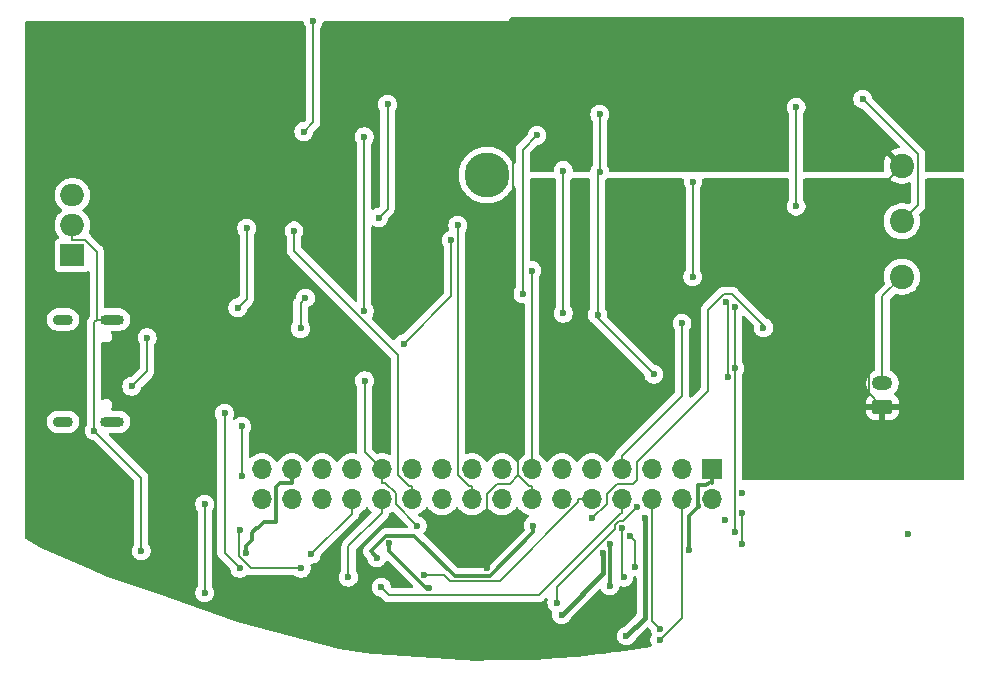
<source format=gbr>
%TF.GenerationSoftware,KiCad,Pcbnew,9.0.0*%
%TF.CreationDate,2025-04-09T20:40:31+02:00*%
%TF.ProjectId,EEE3088F Project PCB,45454533-3038-4384-9620-50726f6a6563,rev?*%
%TF.SameCoordinates,Original*%
%TF.FileFunction,Copper,L2,Bot*%
%TF.FilePolarity,Positive*%
%FSLAX46Y46*%
G04 Gerber Fmt 4.6, Leading zero omitted, Abs format (unit mm)*
G04 Created by KiCad (PCBNEW 9.0.0) date 2025-04-09 20:40:31*
%MOMM*%
%LPD*%
G01*
G04 APERTURE LIST*
G04 Aperture macros list*
%AMRoundRect*
0 Rectangle with rounded corners*
0 $1 Rounding radius*
0 $2 $3 $4 $5 $6 $7 $8 $9 X,Y pos of 4 corners*
0 Add a 4 corners polygon primitive as box body*
4,1,4,$2,$3,$4,$5,$6,$7,$8,$9,$2,$3,0*
0 Add four circle primitives for the rounded corners*
1,1,$1+$1,$2,$3*
1,1,$1+$1,$4,$5*
1,1,$1+$1,$6,$7*
1,1,$1+$1,$8,$9*
0 Add four rect primitives between the rounded corners*
20,1,$1+$1,$2,$3,$4,$5,0*
20,1,$1+$1,$4,$5,$6,$7,0*
20,1,$1+$1,$6,$7,$8,$9,0*
20,1,$1+$1,$8,$9,$2,$3,0*%
G04 Aperture macros list end*
%TA.AperFunction,ComponentPad*%
%ADD10C,3.800000*%
%TD*%
%TA.AperFunction,ComponentPad*%
%ADD11O,1.700000X1.700000*%
%TD*%
%TA.AperFunction,ComponentPad*%
%ADD12R,1.700000X1.700000*%
%TD*%
%TA.AperFunction,ComponentPad*%
%ADD13C,2.057400*%
%TD*%
%TA.AperFunction,ComponentPad*%
%ADD14O,2.000000X1.905000*%
%TD*%
%TA.AperFunction,ComponentPad*%
%ADD15R,2.000000X1.905000*%
%TD*%
%TA.AperFunction,ComponentPad*%
%ADD16O,1.750000X1.200000*%
%TD*%
%TA.AperFunction,ComponentPad*%
%ADD17RoundRect,0.250000X0.625000X-0.350000X0.625000X0.350000X-0.625000X0.350000X-0.625000X-0.350000X0*%
%TD*%
%TA.AperFunction,ComponentPad*%
%ADD18O,2.000000X0.900000*%
%TD*%
%TA.AperFunction,ComponentPad*%
%ADD19O,1.700000X0.900000*%
%TD*%
%TA.AperFunction,ViaPad*%
%ADD20C,0.600000*%
%TD*%
%TA.AperFunction,Conductor*%
%ADD21C,0.300000*%
%TD*%
%TA.AperFunction,Conductor*%
%ADD22C,0.200000*%
%TD*%
%TA.AperFunction,Conductor*%
%ADD23C,0.350000*%
%TD*%
%TA.AperFunction,Conductor*%
%ADD24C,0.400000*%
%TD*%
G04 APERTURE END LIST*
D10*
%TO.P,H1,1*%
%TO.N,N/C*%
X190870000Y-91090000D03*
%TD*%
D11*
%TO.P,am1,27,Pin_27*%
%TO.N,/MOTOR3_A_OUT*%
X176900000Y-116000000D03*
%TO.P,am1,22,Pin_22*%
%TO.N,/HV*%
X184520000Y-118540000D03*
%TO.P,am1,23,Pin_23*%
%TO.N,GND*%
X181980000Y-116000000D03*
%TO.P,am1,19,Pin_19*%
X187060000Y-116000000D03*
D12*
%TO.P,am1,1,Pin_1*%
%TO.N,/Motor2_B_OUT*%
X209920000Y-116000000D03*
D11*
%TO.P,am1,2,Pin_2*%
%TO.N,/Motor2_A_OUT*%
X209920000Y-118540000D03*
%TO.P,am1,3,Pin_3*%
%TO.N,/Motor4_A_OUT*%
X207380000Y-116000000D03*
%TO.P,am1,4,Pin_4*%
%TO.N,/MOTOR2_CTRL1*%
X207380000Y-118540000D03*
%TO.P,am1,5,Pin_5*%
%TO.N,/Motor4_B_OUT*%
X204840000Y-116000000D03*
%TO.P,am1,6,Pin_6*%
%TO.N,/MOTOR2_CTRL2*%
X204840000Y-118540000D03*
%TO.P,am1,7,Pin_7*%
%TO.N,/CTRL_EXT_LOAD2*%
X202300000Y-116000000D03*
%TO.P,am1,8,Pin_8*%
%TO.N,/MOTOR4_CTRL1*%
X202300000Y-118540000D03*
%TO.P,am1,9,Pin_9*%
%TO.N,/USART2_RX*%
X199760000Y-116000000D03*
%TO.P,am1,10,Pin_10*%
%TO.N,/MOTOR4_CTRL2*%
X199760000Y-118540000D03*
%TO.P,am1,11,Pin_11*%
%TO.N,/EXT_LOAD2_OUT*%
X197220000Y-116000000D03*
%TO.P,am1,12,Pin_12*%
%TO.N,/USART2_TX*%
X197220000Y-118540000D03*
%TO.P,am1,13,Pin_13*%
%TO.N,/FAST_CHARGE_CTRL*%
X194680000Y-116000000D03*
%TO.P,am1,14,Pin_14*%
%TO.N,/Battery*%
X194680000Y-118540000D03*
%TO.P,am1,15,Pin_15*%
%TO.N,unconnected-(am1-Pin_15-Pad15)*%
X192140000Y-116000000D03*
%TO.P,am1,16,Pin_16*%
%TO.N,/I2C1_SCL*%
X192140000Y-118540000D03*
%TO.P,am1,17,Pin_17*%
%TO.N,/I2C1_SDA*%
X189600000Y-116000000D03*
%TO.P,am1,18,Pin_18*%
%TO.N,/3V3 Out*%
X189600000Y-118540000D03*
%TO.P,am1,20,Pin_20*%
%TO.N,/5V Out*%
X187060000Y-118540000D03*
%TO.P,am1,21,Pin_21*%
%TO.N,/EXT_LOAD1_OUT*%
X184520000Y-116000000D03*
%TO.P,am1,24,Pin_24*%
%TO.N,/MOTOR3_CTRL1*%
X181980000Y-118540000D03*
%TO.P,am1,25,Pin_25*%
%TO.N,/CTRL_EXT_LOAD1*%
X179440000Y-116000000D03*
%TO.P,am1,26,Pin_26*%
%TO.N,/MOTOR3_CTRL2*%
X179440000Y-118540000D03*
%TO.P,am1,28,Pin_28*%
%TO.N,/MOTOR1_CTRL1*%
X176900000Y-118540000D03*
%TO.P,am1,29,Pin_29*%
%TO.N,/MOTOR3_B_OUT*%
X174360000Y-116000000D03*
%TO.P,am1,30,Pin_30*%
%TO.N,/MOTOR1_CTRL2*%
X174360000Y-118540000D03*
%TO.P,am1,31,Pin_31*%
%TO.N,/MOTOR1_B_OUT*%
X171820000Y-116000000D03*
%TO.P,am1,32,Pin_32*%
%TO.N,/MOTOR1_A_OUT*%
X171820000Y-118540000D03*
%TD*%
D13*
%TO.P,SW1,1,1*%
%TO.N,GND*%
X226000000Y-99699000D03*
%TO.P,SW1,2,2*%
%TO.N,/V_switch*%
X226000000Y-95000000D03*
%TO.P,SW1,3,3*%
%TO.N,/Battery*%
X226000000Y-90301000D03*
%TD*%
D14*
%TO.P,U10,2,GND*%
%TO.N,GND*%
X155760000Y-95340000D03*
D15*
%TO.P,U10,1,VI*%
%TO.N,/HV*%
X155760000Y-97880000D03*
D14*
%TO.P,U10,3,VO*%
%TO.N,/V_BATT_CHRG*%
X155760000Y-92800000D03*
%TD*%
D16*
%TO.P,J1,2,Pin_2*%
%TO.N,GND*%
X224350000Y-108730000D03*
D17*
%TO.P,J1,1,Pin_1*%
%TO.N,/Battery*%
X224350000Y-110730000D03*
%TD*%
D18*
%TO.P,J2,S1,shield*%
%TO.N,GND*%
X159140000Y-103325000D03*
%TO.P,J2,S2*%
%TO.N,N/C*%
X159140000Y-111975000D03*
D19*
%TO.P,J2,S3*%
X154970000Y-103325000D03*
%TO.P,J2,S4*%
X154970000Y-111975000D03*
%TD*%
D20*
%TO.N,Net-(JP11-A)*%
X175500000Y-101500000D03*
%TO.N,GND*%
X180500000Y-108500000D03*
%TO.N,Net-(JP11-A)*%
X175078909Y-104078909D03*
%TO.N,/V_sensing*%
X211848000Y-121284000D03*
X211848000Y-107448000D03*
X211848000Y-102240000D03*
X204984000Y-107946000D03*
X200225000Y-102916000D03*
X200412000Y-90815400D03*
X200412000Y-85957500D03*
X180485000Y-87848800D03*
X180485000Y-102602000D03*
%TO.N,/VDD*%
X169767000Y-102329000D03*
%TO.N,GND*%
X157618000Y-112727000D03*
%TO.N,Net-(JP5-B)*%
X168648000Y-111277000D03*
%TO.N,/CC2*%
X162096000Y-104861000D03*
X160792000Y-108977000D03*
%TO.N,/HV*%
X174532000Y-95819000D03*
%TO.N,/VDD*%
X170516000Y-95581200D03*
%TO.N,GND*%
X161595000Y-122920000D03*
%TO.N,Net-(JP5-B)*%
X169930000Y-124375000D03*
%TO.N,GND*%
X211000000Y-120303000D03*
X201271000Y-122354000D03*
X184956000Y-120771000D03*
X201271000Y-125870000D03*
X212500000Y-118000000D03*
X226500000Y-121500000D03*
%TO.N,/Motor4_B_OUT*%
X194795000Y-120786000D03*
X181543000Y-123483000D03*
%TO.N,/3V3 Out*%
X217039000Y-93716200D03*
X217039000Y-85334500D03*
X188399000Y-95355000D03*
%TO.N,/Battery*%
X192573000Y-105315000D03*
X190870000Y-124397000D03*
X193090000Y-93361300D03*
X190049000Y-79399700D03*
%TO.N,/MOTOR4_CTRL2*%
X185545000Y-124976000D03*
%TO.N,/MOTOR3_B_OUT*%
X170479000Y-123075000D03*
%TO.N,/Motor2_A_OUT*%
X202673000Y-130116000D03*
X204232000Y-120131000D03*
%TO.N,/MOTOR1_B_OUT*%
X182589000Y-122270000D03*
X185933000Y-126036000D03*
%TO.N,/CTRL_EXT_LOAD1*%
X199784000Y-120152000D03*
X214278000Y-104017000D03*
%TO.N,/MOTOR2_CTRL1*%
X205510000Y-130433000D03*
%TO.N,/FAST_CHARGE_CTRL*%
X183808000Y-105376000D03*
X194680000Y-99172600D03*
X187840000Y-96621100D03*
%TO.N,/MOTOR3_CTRL2*%
X175991000Y-123195000D03*
%TO.N,/MOTOR2_CTRL2*%
X205524000Y-129515000D03*
%TO.N,/MOTOR4_CTRL1*%
X166970000Y-126452000D03*
X166970000Y-118951000D03*
X181924000Y-126000000D03*
%TO.N,/EXT_LOAD2_OUT*%
X211246000Y-108206000D03*
X211143000Y-101802000D03*
%TO.N,/MOTOR3_CTRL1*%
X179138000Y-125133000D03*
%TO.N,/MOTOR1_CTRL2*%
X202453000Y-125131000D03*
X212455000Y-119702000D03*
X212455000Y-122320000D03*
X202330000Y-120981000D03*
%TO.N,/5V Out*%
X208280000Y-99695000D03*
X208307000Y-91653600D03*
%TO.N,/Motor4_A_OUT*%
X196783000Y-127282000D03*
X203570000Y-119196000D03*
%TO.N,/CTRL_EXT_LOAD2*%
X207377000Y-103640000D03*
%TO.N,/Motor2_B_OUT*%
X208002000Y-122812000D03*
X200660000Y-123110000D03*
X197183000Y-128297000D03*
%TO.N,Net-(U1-VINT)*%
X203388000Y-124241000D03*
X202971000Y-121691000D03*
%TO.N,Net-(U2-VCP)*%
X170096000Y-116579000D03*
X170096000Y-112372000D03*
%TO.N,/V_switch*%
X197320000Y-90710100D03*
X197320000Y-102790000D03*
X222685000Y-84654700D03*
%TO.N,Net-(U7-FB)*%
X193885000Y-101127000D03*
X195103000Y-87729300D03*
%TO.N,Net-(JP1-B)*%
X175362000Y-87405000D03*
X176166000Y-78031700D03*
%TO.N,Net-(JP2-C)*%
X181708000Y-94685200D03*
X182452000Y-85107900D03*
%TO.N,Net-(JP6-B)*%
X175133000Y-124383000D03*
X169922000Y-121125000D03*
%TD*%
D21*
%TO.N,/Motor4_B_OUT*%
X184725000Y-121639000D02*
X182328000Y-121639000D01*
X191098000Y-125041000D02*
X188127000Y-125041000D01*
X182328000Y-121639000D02*
X181013500Y-122953500D01*
X194795000Y-121344000D02*
X191098000Y-125041000D01*
X188127000Y-125041000D02*
X184725000Y-121639000D01*
X181013500Y-122953500D02*
X181543000Y-123483000D01*
X194795000Y-120786000D02*
X194795000Y-121344000D01*
D22*
%TO.N,/CTRL_EXT_LOAD1*%
X201030000Y-118906000D02*
X199784000Y-120152000D01*
X201030000Y-118122000D02*
X201030000Y-118906000D01*
X201882000Y-117270000D02*
X201030000Y-118122000D01*
X203230000Y-117270000D02*
X201882000Y-117270000D01*
X209558000Y-109382000D02*
X203570000Y-115370000D01*
X203570000Y-116930000D02*
X203230000Y-117270000D01*
X209558000Y-102506000D02*
X209558000Y-109382000D01*
X211626000Y-101152000D02*
X210913000Y-101152000D01*
X214278000Y-103804000D02*
X211626000Y-101152000D01*
X210913000Y-101152000D02*
X209558000Y-102506000D01*
X203570000Y-115370000D02*
X203570000Y-116930000D01*
X214278000Y-104017000D02*
X214278000Y-103804000D01*
D23*
%TO.N,/MOTOR3_B_OUT*%
X171000000Y-122000000D02*
X170479000Y-122521000D01*
X170479000Y-122521000D02*
X170479000Y-123075000D01*
X171500000Y-121000000D02*
X171353057Y-121000000D01*
X171353057Y-121000000D02*
X171000000Y-121353057D01*
X171000000Y-121353057D02*
X171000000Y-122000000D01*
X172000000Y-120500000D02*
X171500000Y-121000000D01*
X173000000Y-120500000D02*
X172000000Y-120500000D01*
D21*
X173000000Y-117500000D02*
X173000000Y-120500000D01*
D23*
X173348000Y-117152000D02*
X173000000Y-117500000D01*
X174360000Y-117152000D02*
X173348000Y-117152000D01*
D21*
%TO.N,/Motor2_B_OUT*%
X208768000Y-119232000D02*
X208002000Y-119998000D01*
D24*
X208719000Y-119037471D02*
X208768000Y-119086471D01*
D21*
X208719000Y-117339000D02*
X208719000Y-119037471D01*
X208002000Y-119998000D02*
X208002000Y-122812000D01*
X209632000Y-117152000D02*
X209444783Y-117339000D01*
X209444783Y-117339000D02*
X208719000Y-117339000D01*
X208768000Y-119086471D02*
X208768000Y-119232000D01*
D22*
%TO.N,GND*%
X180500000Y-108500000D02*
X180500000Y-114520000D01*
%TO.N,Net-(JP11-A)*%
X175078909Y-101921091D02*
X175500000Y-101500000D01*
X175078909Y-104078909D02*
X175078909Y-101921091D01*
%TO.N,GND*%
X180500000Y-114520000D02*
X181980000Y-116000000D01*
%TO.N,/V_sensing*%
X211848000Y-107448000D02*
X211848000Y-121284000D01*
X211848000Y-107448000D02*
X211848000Y-102240000D01*
X200225000Y-103187000D02*
X204984000Y-107946000D01*
X200225000Y-102916000D02*
X200225000Y-103187000D01*
X200225000Y-91001800D02*
X200225000Y-102916000D01*
X200412000Y-90815400D02*
X200225000Y-91001800D01*
X200412000Y-85957500D02*
X200412000Y-90815400D01*
X180485000Y-102602000D02*
X180485000Y-87848800D01*
%TO.N,/VDD*%
X170516000Y-101581000D02*
X169767000Y-102329000D01*
%TO.N,GND*%
X157618000Y-103545000D02*
X157618000Y-112727000D01*
X157618000Y-112727000D02*
X161595000Y-116704000D01*
%TO.N,/VDD*%
X170516000Y-95581200D02*
X170516000Y-101581000D01*
%TO.N,Net-(JP5-B)*%
X168648000Y-111277000D02*
X168648000Y-123093000D01*
%TO.N,/CC2*%
X162096000Y-104861000D02*
X162096000Y-107674000D01*
%TO.N,GND*%
X159140000Y-103325000D02*
X157838000Y-103325000D01*
%TO.N,/CC2*%
X162096000Y-107674000D02*
X160792000Y-108977000D01*
%TO.N,GND*%
X157838000Y-103325000D02*
X157618000Y-103545000D01*
X161595000Y-116704000D02*
X161595000Y-122920000D01*
%TO.N,Net-(JP5-B)*%
X168648000Y-123093000D02*
X169930000Y-124375000D01*
%TO.N,GND*%
X157838000Y-97577200D02*
X157838000Y-103325000D01*
%TO.N,/HV*%
X174532000Y-95819000D02*
X174532000Y-97500200D01*
%TO.N,GND*%
X156855000Y-96594200D02*
X157838000Y-97577200D01*
%TO.N,/HV*%
X174532000Y-97500200D02*
X183368000Y-106336000D01*
%TO.N,GND*%
X155760000Y-96594200D02*
X156855000Y-96594200D01*
%TO.N,/HV*%
X183368000Y-106336000D02*
X183368000Y-116525000D01*
%TO.N,GND*%
X155760000Y-95340000D02*
X155760000Y-96594200D01*
%TO.N,/HV*%
X183368000Y-116525000D02*
X184232000Y-117388000D01*
X184232000Y-117388000D02*
X184520000Y-117388000D01*
X184520000Y-117388000D02*
X184520000Y-118540000D01*
D21*
%TO.N,GND*%
X201271000Y-122354000D02*
X201271000Y-125870000D01*
D22*
X184956000Y-120771000D02*
X183132000Y-118947000D01*
X183132000Y-118947000D02*
X183132000Y-118015000D01*
X183132000Y-118015000D02*
X182268000Y-117152000D01*
X182268000Y-117152000D02*
X181980000Y-117152000D01*
X181980000Y-117152000D02*
X181980000Y-116000000D01*
X224350000Y-101349000D02*
X226000000Y-99699000D01*
X224350000Y-108730000D02*
X224350000Y-101349000D01*
%TO.N,/3V3 Out*%
X188442000Y-116518000D02*
X188442000Y-95397400D01*
X188442000Y-95397400D02*
X188399000Y-95355000D01*
X189312000Y-117388000D02*
X188442000Y-116518000D01*
X217039000Y-93716200D02*
X217039000Y-85334500D01*
X189600000Y-118540000D02*
X189600000Y-117388000D01*
X189600000Y-117388000D02*
X189312000Y-117388000D01*
%TO.N,/Battery*%
X194680000Y-117388000D02*
X194392000Y-117388000D01*
X223170000Y-93131500D02*
X226000000Y-90301000D01*
X192783000Y-117270000D02*
X191722000Y-117270000D01*
X193090000Y-104798000D02*
X193090000Y-93361300D01*
X190870000Y-118122000D02*
X190870000Y-124397000D01*
X223170000Y-109550000D02*
X223170000Y-93131500D01*
X193090000Y-82440900D02*
X193090000Y-93361300D01*
X193528000Y-116525000D02*
X192783000Y-117270000D01*
X193528000Y-106270000D02*
X192573000Y-105315000D01*
X194392000Y-117388000D02*
X193528000Y-116525000D01*
X194680000Y-118540000D02*
X194680000Y-117388000D01*
X224350000Y-110730000D02*
X223170000Y-109550000D01*
X190049000Y-79399700D02*
X193090000Y-82440900D01*
X193528000Y-116525000D02*
X193528000Y-106270000D01*
X191722000Y-117270000D02*
X190870000Y-118122000D01*
X192573000Y-105315000D02*
X193090000Y-104798000D01*
%TO.N,/MOTOR4_CTRL2*%
X198608000Y-118808000D02*
X198608000Y-118540000D01*
X187736000Y-125443000D02*
X191974000Y-125443000D01*
X187270000Y-124976000D02*
X187736000Y-125443000D01*
X185545000Y-124976000D02*
X187270000Y-124976000D01*
X198608000Y-118540000D02*
X199760000Y-118540000D01*
X191974000Y-125443000D02*
X198608000Y-118808000D01*
D21*
%TO.N,/MOTOR3_B_OUT*%
X174360000Y-116000000D02*
X174360000Y-117152000D01*
D24*
%TO.N,/Motor2_A_OUT*%
X204232000Y-128557000D02*
X204232000Y-120131000D01*
X202673000Y-130116000D02*
X204232000Y-128557000D01*
D22*
%TO.N,/MOTOR1_B_OUT*%
X185933000Y-126036000D02*
X185698000Y-126036000D01*
D23*
X182589000Y-122927000D02*
X182589000Y-122270000D01*
D21*
X185698000Y-126036000D02*
X182589000Y-122927000D01*
D22*
%TO.N,/MOTOR2_CTRL1*%
X207380000Y-118540000D02*
X207380000Y-128564000D01*
X207380000Y-128564000D02*
X205510000Y-130433000D01*
%TO.N,/FAST_CHARGE_CTRL*%
X187840000Y-101343000D02*
X183808000Y-105376000D01*
X187840000Y-96621100D02*
X187840000Y-101343000D01*
X194680000Y-116000000D02*
X194680000Y-99172600D01*
%TO.N,/MOTOR3_CTRL2*%
X179440000Y-118540000D02*
X179440000Y-119745000D01*
X179440000Y-119745000D02*
X175991000Y-123195000D01*
%TO.N,/MOTOR2_CTRL2*%
X204840000Y-128832000D02*
X205524000Y-129515000D01*
X204840000Y-118540000D02*
X204840000Y-128832000D01*
%TO.N,/MOTOR4_CTRL1*%
X166970000Y-126452000D02*
X166970000Y-118951000D01*
X202200000Y-119692000D02*
X195241000Y-126652000D01*
X195241000Y-126652000D02*
X182576000Y-126652000D01*
X202300000Y-118540000D02*
X202300000Y-119692000D01*
X202300000Y-119692000D02*
X202200000Y-119692000D01*
X182576000Y-126652000D02*
X181924000Y-126000000D01*
%TO.N,/EXT_LOAD2_OUT*%
X211246000Y-108206000D02*
X211246000Y-101906000D01*
X211246000Y-101906000D02*
X211143000Y-101802000D01*
%TO.N,/MOTOR3_CTRL1*%
X179138000Y-122533000D02*
X179138000Y-125133000D01*
X181980000Y-119692000D02*
X179138000Y-122533000D01*
X181980000Y-118540000D02*
X181980000Y-119692000D01*
%TO.N,/MOTOR1_CTRL2*%
X202330000Y-125008000D02*
X202453000Y-125131000D01*
X202330000Y-120981000D02*
X202330000Y-125008000D01*
X212455000Y-119702000D02*
X212455000Y-122320000D01*
%TO.N,/5V Out*%
X208307000Y-91653600D02*
X208307000Y-99667800D01*
X208307000Y-99667800D02*
X208280000Y-99695000D01*
%TO.N,/Motor4_A_OUT*%
X202386000Y-120379000D02*
X202081000Y-120379000D01*
X201728000Y-121038000D02*
X196783000Y-125983000D01*
X203570000Y-119196000D02*
X202386000Y-120379000D01*
X196783000Y-125983000D02*
X196783000Y-127282000D01*
X201728000Y-120732000D02*
X201728000Y-121038000D01*
X202081000Y-120379000D02*
X201728000Y-120732000D01*
%TO.N,/CTRL_EXT_LOAD2*%
X207376000Y-109772000D02*
X202300000Y-114848000D01*
X207377000Y-103640000D02*
X207376000Y-103640000D01*
X202300000Y-114848000D02*
X202300000Y-116000000D01*
X207376000Y-103640000D02*
X207376000Y-109772000D01*
D24*
%TO.N,/Motor2_B_OUT*%
X197183000Y-128297000D02*
X200660000Y-124820000D01*
X200660000Y-124820000D02*
X200660000Y-123110000D01*
D21*
X209920000Y-116000000D02*
X209920000Y-117152000D01*
D22*
X209920000Y-117152000D02*
X209632000Y-117152000D01*
%TO.N,Net-(U1-VINT)*%
X202971000Y-121691000D02*
X203388000Y-122108000D01*
X203388000Y-122108000D02*
X203388000Y-124241000D01*
%TO.N,Net-(U2-VCP)*%
X170096000Y-116579000D02*
X170096000Y-112372000D01*
%TO.N,/V_switch*%
X227357000Y-93642600D02*
X227357000Y-89326800D01*
X197320000Y-90710100D02*
X197320000Y-102790000D01*
X226000000Y-95000000D02*
X227357000Y-93642600D01*
X227357000Y-89326800D02*
X222685000Y-84654700D01*
%TO.N,Net-(U7-FB)*%
X193885000Y-101127000D02*
X193885000Y-88946900D01*
X193885000Y-88946900D02*
X195103000Y-87729300D01*
%TO.N,Net-(JP1-B)*%
X176166000Y-78031700D02*
X176166000Y-86600900D01*
X176166000Y-86600900D02*
X175362000Y-87405000D01*
%TO.N,Net-(JP2-C)*%
X182452000Y-93941500D02*
X181708000Y-94685200D01*
X182452000Y-85107900D02*
X182452000Y-93941500D01*
%TO.N,Net-(JP6-B)*%
X170909000Y-124383000D02*
X175133000Y-124383000D01*
X169851000Y-121195000D02*
X169851000Y-123325000D01*
X169922000Y-121125000D02*
X169851000Y-121195000D01*
X169851000Y-123325000D02*
X170909000Y-124383000D01*
%TD*%
%TA.AperFunction,Conductor*%
%TO.N,/Battery*%
G36*
X231212265Y-77750185D02*
G01*
X231258020Y-77802989D01*
X231269225Y-77854595D01*
X231259754Y-90088310D01*
X231259292Y-90685596D01*
X231239556Y-90752620D01*
X231186716Y-90798334D01*
X231135292Y-90809500D01*
X228081500Y-90809500D01*
X228014461Y-90789815D01*
X227968706Y-90737011D01*
X227957500Y-90685500D01*
X227957500Y-89297265D01*
X227957501Y-89247749D01*
X227957500Y-89247745D01*
X227957500Y-89247743D01*
X227937888Y-89174550D01*
X227916579Y-89095021D01*
X227916578Y-89095019D01*
X227916170Y-89094118D01*
X227914591Y-89091575D01*
X227837524Y-88958090D01*
X227837518Y-88958082D01*
X227725715Y-88846279D01*
X226362553Y-87483088D01*
X223519574Y-84640048D01*
X223486091Y-84578726D01*
X223485640Y-84576560D01*
X223454738Y-84421210D01*
X223454737Y-84421203D01*
X223445334Y-84398502D01*
X223394397Y-84275527D01*
X223394390Y-84275514D01*
X223306789Y-84144411D01*
X223306786Y-84144407D01*
X223195292Y-84032913D01*
X223195288Y-84032910D01*
X223064185Y-83945309D01*
X223064172Y-83945302D01*
X222918501Y-83884964D01*
X222918489Y-83884961D01*
X222763845Y-83854200D01*
X222763842Y-83854200D01*
X222606158Y-83854200D01*
X222606155Y-83854200D01*
X222451510Y-83884961D01*
X222451498Y-83884964D01*
X222305827Y-83945302D01*
X222305814Y-83945309D01*
X222174711Y-84032910D01*
X222174707Y-84032913D01*
X222063213Y-84144407D01*
X222063210Y-84144411D01*
X221975609Y-84275514D01*
X221975602Y-84275527D01*
X221915264Y-84421198D01*
X221915261Y-84421210D01*
X221884500Y-84575853D01*
X221884500Y-84733546D01*
X221915261Y-84888189D01*
X221915264Y-84888201D01*
X221975602Y-85033872D01*
X221975609Y-85033885D01*
X222063210Y-85164988D01*
X222063213Y-85164992D01*
X222174707Y-85276486D01*
X222174711Y-85276489D01*
X222305814Y-85364090D01*
X222305827Y-85364097D01*
X222451498Y-85424435D01*
X222451503Y-85424437D01*
X222606158Y-85455200D01*
X222606159Y-85455200D01*
X222606838Y-85455335D01*
X222668749Y-85487719D01*
X222670286Y-85489230D01*
X225207788Y-88026786D01*
X225771144Y-88590154D01*
X225804628Y-88651477D01*
X225799643Y-88721169D01*
X225757771Y-88777102D01*
X225702860Y-88800307D01*
X225642027Y-88809942D01*
X225413185Y-88884296D01*
X225198788Y-88993538D01*
X225198786Y-88993539D01*
X225110347Y-89057792D01*
X225110347Y-89057793D01*
X225657070Y-89604516D01*
X225633042Y-89614470D01*
X225506158Y-89699252D01*
X225398252Y-89807158D01*
X225313470Y-89934042D01*
X225303516Y-89958070D01*
X224756793Y-89411347D01*
X224756792Y-89411347D01*
X224692539Y-89499786D01*
X224692538Y-89499788D01*
X224583296Y-89714185D01*
X224508942Y-89943027D01*
X224471300Y-90180689D01*
X224471300Y-90421310D01*
X224509704Y-90663783D01*
X224507983Y-90664055D01*
X224504876Y-90726323D01*
X224464218Y-90783145D01*
X224399294Y-90808965D01*
X224387788Y-90809500D01*
X217763500Y-90809500D01*
X217696461Y-90789815D01*
X217650706Y-90737011D01*
X217639500Y-90685500D01*
X217639500Y-85914265D01*
X217659185Y-85847226D01*
X217660398Y-85845374D01*
X217748390Y-85713685D01*
X217748390Y-85713684D01*
X217748394Y-85713679D01*
X217808737Y-85567997D01*
X217839500Y-85413342D01*
X217839500Y-85255658D01*
X217839500Y-85255655D01*
X217839499Y-85255653D01*
X217825792Y-85186744D01*
X217808737Y-85101003D01*
X217778937Y-85029058D01*
X217748397Y-84955327D01*
X217748390Y-84955314D01*
X217660789Y-84824211D01*
X217660786Y-84824207D01*
X217549292Y-84712713D01*
X217549288Y-84712710D01*
X217418185Y-84625109D01*
X217418172Y-84625102D01*
X217272501Y-84564764D01*
X217272489Y-84564761D01*
X217117845Y-84534000D01*
X217117842Y-84534000D01*
X216960158Y-84534000D01*
X216960155Y-84534000D01*
X216805510Y-84564761D01*
X216805498Y-84564764D01*
X216659827Y-84625102D01*
X216659814Y-84625109D01*
X216528711Y-84712710D01*
X216528707Y-84712713D01*
X216417213Y-84824207D01*
X216417210Y-84824211D01*
X216329609Y-84955314D01*
X216329602Y-84955327D01*
X216269264Y-85100998D01*
X216269261Y-85101010D01*
X216238500Y-85255653D01*
X216238500Y-85413346D01*
X216269261Y-85567989D01*
X216269264Y-85568001D01*
X216329602Y-85713672D01*
X216329609Y-85713685D01*
X216417602Y-85845374D01*
X216438480Y-85912051D01*
X216438500Y-85914265D01*
X216438500Y-90685500D01*
X216418815Y-90752539D01*
X216366011Y-90798294D01*
X216314500Y-90809500D01*
X201328773Y-90809500D01*
X201261734Y-90789815D01*
X201215979Y-90737011D01*
X201207156Y-90709691D01*
X201181738Y-90581910D01*
X201181737Y-90581903D01*
X201158984Y-90526972D01*
X201121397Y-90436227D01*
X201121390Y-90436214D01*
X201033398Y-90304525D01*
X201012520Y-90237847D01*
X201012500Y-90235634D01*
X201012500Y-86537265D01*
X201032185Y-86470226D01*
X201033398Y-86468374D01*
X201121390Y-86336685D01*
X201121390Y-86336684D01*
X201121394Y-86336679D01*
X201181737Y-86190997D01*
X201212500Y-86036342D01*
X201212500Y-85878658D01*
X201212500Y-85878655D01*
X201212499Y-85878653D01*
X201181738Y-85724010D01*
X201181737Y-85724003D01*
X201177458Y-85713672D01*
X201121397Y-85578327D01*
X201121390Y-85578314D01*
X201033789Y-85447211D01*
X201033786Y-85447207D01*
X200922292Y-85335713D01*
X200922288Y-85335710D01*
X200791185Y-85248109D01*
X200791172Y-85248102D01*
X200645501Y-85187764D01*
X200645489Y-85187761D01*
X200490845Y-85157000D01*
X200490842Y-85157000D01*
X200333158Y-85157000D01*
X200333155Y-85157000D01*
X200178510Y-85187761D01*
X200178498Y-85187764D01*
X200032827Y-85248102D01*
X200032814Y-85248109D01*
X199901711Y-85335710D01*
X199901707Y-85335713D01*
X199790213Y-85447207D01*
X199790210Y-85447211D01*
X199702609Y-85578314D01*
X199702602Y-85578327D01*
X199642264Y-85723998D01*
X199642261Y-85724010D01*
X199611500Y-85878653D01*
X199611500Y-86036346D01*
X199642261Y-86190989D01*
X199642264Y-86191001D01*
X199702602Y-86336672D01*
X199702609Y-86336685D01*
X199790602Y-86468374D01*
X199811480Y-86535051D01*
X199811500Y-86537265D01*
X199811500Y-90235634D01*
X199791815Y-90302673D01*
X199790602Y-90304525D01*
X199702609Y-90436214D01*
X199702602Y-90436227D01*
X199642264Y-90581898D01*
X199642261Y-90581910D01*
X199616844Y-90709691D01*
X199584459Y-90771602D01*
X199523744Y-90806176D01*
X199495227Y-90809500D01*
X198244500Y-90809500D01*
X198177461Y-90789815D01*
X198131706Y-90737011D01*
X198120500Y-90685500D01*
X198120500Y-90631255D01*
X198120499Y-90631253D01*
X198115137Y-90604297D01*
X198089737Y-90476603D01*
X198073013Y-90436227D01*
X198029397Y-90330927D01*
X198029390Y-90330914D01*
X197941789Y-90199811D01*
X197941786Y-90199807D01*
X197830292Y-90088313D01*
X197830288Y-90088310D01*
X197699185Y-90000709D01*
X197699172Y-90000702D01*
X197553501Y-89940364D01*
X197553489Y-89940361D01*
X197398845Y-89909600D01*
X197398842Y-89909600D01*
X197241158Y-89909600D01*
X197241155Y-89909600D01*
X197086510Y-89940361D01*
X197086498Y-89940364D01*
X196940827Y-90000702D01*
X196940814Y-90000709D01*
X196809711Y-90088310D01*
X196809707Y-90088313D01*
X196698213Y-90199807D01*
X196698210Y-90199811D01*
X196610609Y-90330914D01*
X196610602Y-90330927D01*
X196550264Y-90476598D01*
X196550261Y-90476610D01*
X196519500Y-90631253D01*
X196519500Y-90685500D01*
X196499815Y-90752539D01*
X196447011Y-90798294D01*
X196395500Y-90809500D01*
X194609500Y-90809500D01*
X194542461Y-90789815D01*
X194496706Y-90737011D01*
X194485500Y-90685500D01*
X194485500Y-89247067D01*
X194505185Y-89180028D01*
X194521829Y-89159375D01*
X195117509Y-88563891D01*
X195178837Y-88530417D01*
X195180984Y-88529971D01*
X195236903Y-88518847D01*
X195336497Y-88499037D01*
X195482179Y-88438694D01*
X195613289Y-88351089D01*
X195724789Y-88239589D01*
X195812394Y-88108479D01*
X195872737Y-87962797D01*
X195903500Y-87808142D01*
X195903500Y-87650458D01*
X195903500Y-87650455D01*
X195903499Y-87650453D01*
X195901119Y-87638489D01*
X195872737Y-87495803D01*
X195841174Y-87419603D01*
X195812397Y-87350127D01*
X195812390Y-87350114D01*
X195724789Y-87219011D01*
X195724786Y-87219007D01*
X195613292Y-87107513D01*
X195613288Y-87107510D01*
X195482185Y-87019909D01*
X195482172Y-87019902D01*
X195336501Y-86959564D01*
X195336489Y-86959561D01*
X195181845Y-86928800D01*
X195181842Y-86928800D01*
X195024158Y-86928800D01*
X195024155Y-86928800D01*
X194869510Y-86959561D01*
X194869498Y-86959564D01*
X194723827Y-87019902D01*
X194723814Y-87019909D01*
X194592711Y-87107510D01*
X194592707Y-87107513D01*
X194481213Y-87219007D01*
X194481210Y-87219011D01*
X194393609Y-87350114D01*
X194393602Y-87350127D01*
X194333264Y-87495798D01*
X194333261Y-87495808D01*
X194302395Y-87650980D01*
X194270010Y-87712891D01*
X194268445Y-87714484D01*
X193521878Y-88460805D01*
X193521877Y-88460804D01*
X193516321Y-88466358D01*
X193516284Y-88466380D01*
X193466279Y-88516384D01*
X193462789Y-88519873D01*
X193459328Y-88523335D01*
X193459316Y-88523346D01*
X193404535Y-88578109D01*
X193404478Y-88578185D01*
X193365394Y-88645880D01*
X193365386Y-88645894D01*
X193325461Y-88715023D01*
X193325423Y-88715111D01*
X193306062Y-88787366D01*
X193306058Y-88787383D01*
X193284510Y-88867750D01*
X193284500Y-88867821D01*
X193284500Y-88940740D01*
X193284485Y-89033894D01*
X193284500Y-89034121D01*
X193284500Y-90027893D01*
X193264815Y-90094932D01*
X193212011Y-90140687D01*
X193142853Y-90150631D01*
X193079297Y-90121606D01*
X193048780Y-90081695D01*
X192974285Y-89927005D01*
X192898980Y-89807158D01*
X192830838Y-89698711D01*
X192662734Y-89487915D01*
X192472085Y-89297266D01*
X192261289Y-89129162D01*
X192032997Y-88985716D01*
X192032994Y-88985714D01*
X191790082Y-88868734D01*
X191535602Y-88779687D01*
X191535594Y-88779684D01*
X191338446Y-88734687D01*
X191272732Y-88719688D01*
X191272728Y-88719687D01*
X191272719Y-88719686D01*
X191004813Y-88689500D01*
X191004809Y-88689500D01*
X190735191Y-88689500D01*
X190735186Y-88689500D01*
X190467280Y-88719686D01*
X190467268Y-88719688D01*
X190204405Y-88779684D01*
X190204397Y-88779687D01*
X189949917Y-88868734D01*
X189707005Y-88985714D01*
X189478712Y-89129161D01*
X189267915Y-89297265D01*
X189077265Y-89487915D01*
X188909161Y-89698712D01*
X188765714Y-89927005D01*
X188648734Y-90169917D01*
X188559687Y-90424397D01*
X188559684Y-90424405D01*
X188499688Y-90687268D01*
X188499686Y-90687280D01*
X188469500Y-90955186D01*
X188469500Y-91224813D01*
X188499686Y-91492719D01*
X188499687Y-91492728D01*
X188499688Y-91492732D01*
X188505613Y-91518692D01*
X188559684Y-91755594D01*
X188559687Y-91755602D01*
X188648734Y-92010082D01*
X188765714Y-92252994D01*
X188765716Y-92252997D01*
X188909162Y-92481289D01*
X189077266Y-92692085D01*
X189267915Y-92882734D01*
X189478711Y-93050838D01*
X189707003Y-93194284D01*
X189949921Y-93311267D01*
X190082785Y-93357758D01*
X190204397Y-93400312D01*
X190204405Y-93400315D01*
X190204408Y-93400315D01*
X190204409Y-93400316D01*
X190467268Y-93460312D01*
X190735187Y-93490499D01*
X190735188Y-93490500D01*
X190735191Y-93490500D01*
X191004812Y-93490500D01*
X191004812Y-93490499D01*
X191272732Y-93460312D01*
X191535591Y-93400316D01*
X191790079Y-93311267D01*
X192032997Y-93194284D01*
X192261289Y-93050838D01*
X192472085Y-92882734D01*
X192662734Y-92692085D01*
X192830838Y-92481289D01*
X192974284Y-92252997D01*
X192983738Y-92233365D01*
X193048780Y-92098305D01*
X193095602Y-92046445D01*
X193163029Y-92028132D01*
X193229653Y-92049180D01*
X193274322Y-92102906D01*
X193284500Y-92152106D01*
X193284500Y-100547234D01*
X193264815Y-100614273D01*
X193263602Y-100616125D01*
X193175609Y-100747814D01*
X193175602Y-100747827D01*
X193115264Y-100893498D01*
X193115261Y-100893510D01*
X193084500Y-101048153D01*
X193084500Y-101205846D01*
X193115261Y-101360489D01*
X193115264Y-101360501D01*
X193175602Y-101506172D01*
X193175609Y-101506185D01*
X193263210Y-101637288D01*
X193263213Y-101637292D01*
X193374707Y-101748786D01*
X193374711Y-101748789D01*
X193505814Y-101836390D01*
X193505827Y-101836397D01*
X193651498Y-101896735D01*
X193651503Y-101896737D01*
X193806153Y-101927499D01*
X193806156Y-101927500D01*
X193955500Y-101927500D01*
X194022539Y-101947185D01*
X194068294Y-101999989D01*
X194079500Y-102051500D01*
X194079500Y-114714281D01*
X194059815Y-114781320D01*
X194011795Y-114824765D01*
X193972185Y-114844947D01*
X193972184Y-114844948D01*
X193800213Y-114969890D01*
X193649890Y-115120213D01*
X193524949Y-115292182D01*
X193520484Y-115300946D01*
X193472509Y-115351742D01*
X193404688Y-115368536D01*
X193338553Y-115345998D01*
X193299516Y-115300946D01*
X193295050Y-115292182D01*
X193170109Y-115120213D01*
X193019786Y-114969890D01*
X192847820Y-114844951D01*
X192658414Y-114748444D01*
X192658413Y-114748443D01*
X192658412Y-114748443D01*
X192456243Y-114682754D01*
X192456241Y-114682753D01*
X192456240Y-114682753D01*
X192294957Y-114657208D01*
X192246287Y-114649500D01*
X192033713Y-114649500D01*
X191985042Y-114657208D01*
X191823760Y-114682753D01*
X191621585Y-114748444D01*
X191432179Y-114844951D01*
X191260213Y-114969890D01*
X191109890Y-115120213D01*
X190984949Y-115292182D01*
X190980484Y-115300946D01*
X190932509Y-115351742D01*
X190864688Y-115368536D01*
X190798553Y-115345998D01*
X190759516Y-115300946D01*
X190755050Y-115292182D01*
X190630109Y-115120213D01*
X190479786Y-114969890D01*
X190307820Y-114844951D01*
X190118414Y-114748444D01*
X190118413Y-114748443D01*
X190118412Y-114748443D01*
X189916243Y-114682754D01*
X189916241Y-114682753D01*
X189916240Y-114682753D01*
X189754957Y-114657208D01*
X189706287Y-114649500D01*
X189493713Y-114649500D01*
X189466188Y-114653859D01*
X189283763Y-114682752D01*
X189204817Y-114708403D01*
X189134975Y-114710397D01*
X189075143Y-114674316D01*
X189044316Y-114611614D01*
X189042500Y-114590471D01*
X189042500Y-95870411D01*
X189062185Y-95803372D01*
X189063364Y-95801570D01*
X189108394Y-95734179D01*
X189168737Y-95588497D01*
X189199500Y-95433842D01*
X189199500Y-95276158D01*
X189199500Y-95276155D01*
X189199499Y-95276153D01*
X189183454Y-95195489D01*
X189168737Y-95121503D01*
X189163809Y-95109606D01*
X189108397Y-94975827D01*
X189108390Y-94975814D01*
X189020789Y-94844711D01*
X189020786Y-94844707D01*
X188909292Y-94733213D01*
X188909288Y-94733210D01*
X188778185Y-94645609D01*
X188778172Y-94645602D01*
X188632501Y-94585264D01*
X188632489Y-94585261D01*
X188477845Y-94554500D01*
X188477842Y-94554500D01*
X188320158Y-94554500D01*
X188320155Y-94554500D01*
X188165510Y-94585261D01*
X188165498Y-94585264D01*
X188019827Y-94645602D01*
X188019814Y-94645609D01*
X187888711Y-94733210D01*
X187888707Y-94733213D01*
X187777213Y-94844707D01*
X187777210Y-94844711D01*
X187689609Y-94975814D01*
X187689602Y-94975827D01*
X187629264Y-95121498D01*
X187629261Y-95121510D01*
X187598500Y-95276153D01*
X187598500Y-95433846D01*
X187629261Y-95588489D01*
X187629264Y-95588501D01*
X187671414Y-95690260D01*
X187678883Y-95759729D01*
X187647608Y-95822208D01*
X187604305Y-95852273D01*
X187460827Y-95911702D01*
X187460814Y-95911709D01*
X187329711Y-95999310D01*
X187329707Y-95999313D01*
X187218213Y-96110807D01*
X187218210Y-96110811D01*
X187130609Y-96241914D01*
X187130602Y-96241927D01*
X187070264Y-96387598D01*
X187070261Y-96387610D01*
X187039500Y-96542253D01*
X187039500Y-96699946D01*
X187070261Y-96854589D01*
X187070264Y-96854601D01*
X187130602Y-97000272D01*
X187130609Y-97000285D01*
X187218602Y-97131974D01*
X187239480Y-97198651D01*
X187239500Y-97200865D01*
X187239500Y-101042955D01*
X187219815Y-101109994D01*
X187203192Y-101130625D01*
X183793223Y-104541440D01*
X183731904Y-104574933D01*
X183729723Y-104575387D01*
X183574508Y-104606261D01*
X183574498Y-104606264D01*
X183428827Y-104666602D01*
X183428814Y-104666609D01*
X183297711Y-104754210D01*
X183297707Y-104754213D01*
X183186213Y-104865707D01*
X183186210Y-104865711D01*
X183095221Y-105001886D01*
X183093267Y-105000580D01*
X183051564Y-105042987D01*
X182983417Y-105058408D01*
X182917751Y-105034537D01*
X182903551Y-105022336D01*
X181133356Y-103252181D01*
X181099870Y-103190858D01*
X181104854Y-103121167D01*
X181117928Y-103095617D01*
X181194394Y-102981179D01*
X181254737Y-102835497D01*
X181285500Y-102680842D01*
X181285500Y-102523158D01*
X181285500Y-102523155D01*
X181285499Y-102523153D01*
X181278955Y-102490253D01*
X181254737Y-102368503D01*
X181244676Y-102344213D01*
X181194397Y-102222827D01*
X181194390Y-102222814D01*
X181106398Y-102091125D01*
X181085520Y-102024447D01*
X181085500Y-102022234D01*
X181085500Y-95464000D01*
X181105185Y-95396961D01*
X181157989Y-95351206D01*
X181227147Y-95341262D01*
X181278392Y-95360898D01*
X181328821Y-95394594D01*
X181328823Y-95394595D01*
X181328827Y-95394597D01*
X181474498Y-95454935D01*
X181474503Y-95454937D01*
X181629153Y-95485699D01*
X181629156Y-95485700D01*
X181629158Y-95485700D01*
X181786844Y-95485700D01*
X181786845Y-95485699D01*
X181941497Y-95454937D01*
X182087179Y-95394594D01*
X182218289Y-95306989D01*
X182329789Y-95195489D01*
X182417394Y-95064379D01*
X182477737Y-94918697D01*
X182508500Y-94764042D01*
X182508500Y-94764040D01*
X182508596Y-94763558D01*
X182540980Y-94701647D01*
X182542459Y-94700141D01*
X182820661Y-94422051D01*
X182820716Y-94422020D01*
X182877870Y-94364865D01*
X182932445Y-94310313D01*
X182932447Y-94310308D01*
X182932459Y-94310297D01*
X182932508Y-94310233D01*
X182932514Y-94310220D01*
X182932520Y-94310216D01*
X182973348Y-94239500D01*
X183011530Y-94173397D01*
X183011531Y-94173390D01*
X183011547Y-94173364D01*
X183011570Y-94173307D01*
X183011575Y-94173286D01*
X183011577Y-94173284D01*
X183031579Y-94098628D01*
X183031594Y-94098604D01*
X183031587Y-94098603D01*
X183036578Y-94079990D01*
X183052485Y-94020678D01*
X183052485Y-94020664D01*
X183052500Y-94020554D01*
X183052500Y-93946561D01*
X183052506Y-93915461D01*
X183052517Y-93862564D01*
X183052516Y-93862561D01*
X183052518Y-93854669D01*
X183052500Y-93854377D01*
X183052500Y-85687665D01*
X183072185Y-85620626D01*
X183073398Y-85618774D01*
X183161390Y-85487085D01*
X183161390Y-85487084D01*
X183161394Y-85487079D01*
X183221737Y-85341397D01*
X183252500Y-85186742D01*
X183252500Y-85029058D01*
X183252500Y-85029055D01*
X183252499Y-85029053D01*
X183237831Y-84955314D01*
X183221737Y-84874403D01*
X183200947Y-84824211D01*
X183161397Y-84728727D01*
X183161390Y-84728714D01*
X183073789Y-84597611D01*
X183073786Y-84597607D01*
X182962292Y-84486113D01*
X182962288Y-84486110D01*
X182831185Y-84398509D01*
X182831172Y-84398502D01*
X182685501Y-84338164D01*
X182685489Y-84338161D01*
X182530845Y-84307400D01*
X182530842Y-84307400D01*
X182373158Y-84307400D01*
X182373155Y-84307400D01*
X182218510Y-84338161D01*
X182218498Y-84338164D01*
X182072827Y-84398502D01*
X182072814Y-84398509D01*
X181941711Y-84486110D01*
X181941707Y-84486113D01*
X181830213Y-84597607D01*
X181830210Y-84597611D01*
X181742609Y-84728714D01*
X181742602Y-84728727D01*
X181682264Y-84874398D01*
X181682261Y-84874410D01*
X181651500Y-85029053D01*
X181651500Y-85186746D01*
X181682261Y-85341389D01*
X181682264Y-85341401D01*
X181742602Y-85487072D01*
X181742609Y-85487085D01*
X181830602Y-85618774D01*
X181851480Y-85685451D01*
X181851500Y-85687665D01*
X181851500Y-93641315D01*
X181842852Y-93670765D01*
X181836320Y-93700764D01*
X181832575Y-93705764D01*
X181831815Y-93708354D01*
X181815164Y-93729014D01*
X181693526Y-93850603D01*
X181632196Y-93884076D01*
X181630054Y-93884521D01*
X181474508Y-93915461D01*
X181474498Y-93915464D01*
X181328827Y-93975802D01*
X181328816Y-93975808D01*
X181278390Y-94009502D01*
X181211712Y-94030379D01*
X181144332Y-94011894D01*
X181097643Y-93959915D01*
X181085500Y-93906399D01*
X181085500Y-88428565D01*
X181105185Y-88361526D01*
X181106398Y-88359674D01*
X181194390Y-88227985D01*
X181194390Y-88227984D01*
X181194394Y-88227979D01*
X181254737Y-88082297D01*
X181285500Y-87927642D01*
X181285500Y-87769958D01*
X181285500Y-87769955D01*
X181285499Y-87769953D01*
X181274465Y-87714484D01*
X181254737Y-87615303D01*
X181205237Y-87495798D01*
X181194397Y-87469627D01*
X181194390Y-87469614D01*
X181106789Y-87338511D01*
X181106786Y-87338507D01*
X180995292Y-87227013D01*
X180995288Y-87227010D01*
X180864185Y-87139409D01*
X180864172Y-87139402D01*
X180718501Y-87079064D01*
X180718489Y-87079061D01*
X180563845Y-87048300D01*
X180563842Y-87048300D01*
X180406158Y-87048300D01*
X180406155Y-87048300D01*
X180251510Y-87079061D01*
X180251498Y-87079064D01*
X180105827Y-87139402D01*
X180105814Y-87139409D01*
X179974711Y-87227010D01*
X179974707Y-87227013D01*
X179863213Y-87338507D01*
X179863210Y-87338511D01*
X179775609Y-87469614D01*
X179775602Y-87469627D01*
X179715264Y-87615298D01*
X179715261Y-87615310D01*
X179684500Y-87769953D01*
X179684500Y-87927646D01*
X179715261Y-88082289D01*
X179715264Y-88082301D01*
X179775602Y-88227972D01*
X179775609Y-88227985D01*
X179863602Y-88359674D01*
X179884480Y-88426351D01*
X179884500Y-88428565D01*
X179884500Y-101703995D01*
X179864815Y-101771034D01*
X179812011Y-101816789D01*
X179742853Y-101826733D01*
X179679297Y-101797708D01*
X179672820Y-101791677D01*
X175168820Y-97287779D01*
X175135334Y-97226456D01*
X175132500Y-97200097D01*
X175132500Y-96398765D01*
X175152185Y-96331726D01*
X175153398Y-96329874D01*
X175241390Y-96198185D01*
X175241390Y-96198184D01*
X175241394Y-96198179D01*
X175301737Y-96052497D01*
X175332500Y-95897842D01*
X175332500Y-95740158D01*
X175332500Y-95740155D01*
X175332499Y-95740153D01*
X175331309Y-95734172D01*
X175301737Y-95585503D01*
X175301735Y-95585498D01*
X175241397Y-95439827D01*
X175241390Y-95439814D01*
X175153789Y-95308711D01*
X175153786Y-95308707D01*
X175042292Y-95197213D01*
X175042288Y-95197210D01*
X174911185Y-95109609D01*
X174911172Y-95109602D01*
X174765501Y-95049264D01*
X174765489Y-95049261D01*
X174610845Y-95018500D01*
X174610842Y-95018500D01*
X174453158Y-95018500D01*
X174453155Y-95018500D01*
X174298510Y-95049261D01*
X174298498Y-95049264D01*
X174152827Y-95109602D01*
X174152814Y-95109609D01*
X174021711Y-95197210D01*
X174021707Y-95197213D01*
X173910213Y-95308707D01*
X173910210Y-95308711D01*
X173822609Y-95439814D01*
X173822602Y-95439827D01*
X173762264Y-95585498D01*
X173762261Y-95585510D01*
X173731500Y-95740153D01*
X173731500Y-95897846D01*
X173762261Y-96052489D01*
X173762264Y-96052501D01*
X173822602Y-96198172D01*
X173822609Y-96198185D01*
X173910602Y-96329874D01*
X173931480Y-96396551D01*
X173931500Y-96398765D01*
X173931500Y-97413537D01*
X173931499Y-97413555D01*
X173931499Y-97579263D01*
X173931500Y-97579265D01*
X173952131Y-97656254D01*
X173952132Y-97656257D01*
X173952132Y-97656258D01*
X173972173Y-97731053D01*
X173972401Y-97731935D01*
X173972832Y-97732887D01*
X173974412Y-97735431D01*
X173998524Y-97777194D01*
X174051475Y-97868909D01*
X174051478Y-97868913D01*
X174051480Y-97868916D01*
X174163284Y-97980720D01*
X174168655Y-97986091D01*
X174168673Y-97986107D01*
X174733389Y-98550810D01*
X182731180Y-106548420D01*
X182764666Y-106609742D01*
X182767500Y-106636101D01*
X182767500Y-114683200D01*
X182747815Y-114750239D01*
X182695011Y-114795994D01*
X182625853Y-114805938D01*
X182587205Y-114793685D01*
X182498414Y-114748444D01*
X182498413Y-114748443D01*
X182498412Y-114748443D01*
X182296243Y-114682754D01*
X182296241Y-114682753D01*
X182296240Y-114682753D01*
X182134957Y-114657208D01*
X182086287Y-114649500D01*
X181873713Y-114649500D01*
X181845006Y-114654046D01*
X181663757Y-114682753D01*
X181621473Y-114696492D01*
X181551632Y-114698486D01*
X181495476Y-114666241D01*
X181136819Y-114307584D01*
X181103334Y-114246261D01*
X181100500Y-114219903D01*
X181100500Y-109079765D01*
X181120185Y-109012726D01*
X181121398Y-109010874D01*
X181132918Y-108993634D01*
X181209394Y-108879179D01*
X181269737Y-108733497D01*
X181300500Y-108578842D01*
X181300500Y-108421158D01*
X181300500Y-108421155D01*
X181300499Y-108421153D01*
X181269737Y-108266503D01*
X181245199Y-108207263D01*
X181209397Y-108120827D01*
X181209390Y-108120814D01*
X181121789Y-107989711D01*
X181121786Y-107989707D01*
X181010292Y-107878213D01*
X181010288Y-107878210D01*
X180879185Y-107790609D01*
X180879172Y-107790602D01*
X180733501Y-107730264D01*
X180733489Y-107730261D01*
X180578845Y-107699500D01*
X180578842Y-107699500D01*
X180421158Y-107699500D01*
X180421155Y-107699500D01*
X180266510Y-107730261D01*
X180266498Y-107730264D01*
X180120827Y-107790602D01*
X180120814Y-107790609D01*
X179989711Y-107878210D01*
X179989707Y-107878213D01*
X179878213Y-107989707D01*
X179878210Y-107989711D01*
X179790609Y-108120814D01*
X179790602Y-108120827D01*
X179730264Y-108266498D01*
X179730261Y-108266510D01*
X179699500Y-108421153D01*
X179699500Y-108578846D01*
X179730261Y-108733489D01*
X179730264Y-108733501D01*
X179790602Y-108879172D01*
X179790609Y-108879185D01*
X179878602Y-109010874D01*
X179899480Y-109077551D01*
X179899500Y-109079765D01*
X179899500Y-114440939D01*
X179899499Y-114440943D01*
X179899499Y-114527467D01*
X179899499Y-114560259D01*
X179879814Y-114627298D01*
X179827010Y-114673053D01*
X179770002Y-114681249D01*
X179757852Y-114682996D01*
X179757851Y-114682995D01*
X179757851Y-114682996D01*
X179757850Y-114682995D01*
X179756101Y-114682731D01*
X179596061Y-114657383D01*
X179546287Y-114649500D01*
X179333713Y-114649500D01*
X179285042Y-114657208D01*
X179123760Y-114682753D01*
X178921585Y-114748444D01*
X178732179Y-114844951D01*
X178560213Y-114969890D01*
X178409890Y-115120213D01*
X178284949Y-115292182D01*
X178280484Y-115300946D01*
X178232509Y-115351742D01*
X178164688Y-115368536D01*
X178098553Y-115345998D01*
X178059516Y-115300946D01*
X178055050Y-115292182D01*
X177930109Y-115120213D01*
X177779786Y-114969890D01*
X177607820Y-114844951D01*
X177418414Y-114748444D01*
X177418413Y-114748443D01*
X177418412Y-114748443D01*
X177216243Y-114682754D01*
X177216241Y-114682753D01*
X177216240Y-114682753D01*
X177054957Y-114657208D01*
X177006287Y-114649500D01*
X176793713Y-114649500D01*
X176745042Y-114657208D01*
X176583760Y-114682753D01*
X176381585Y-114748444D01*
X176192179Y-114844951D01*
X176020213Y-114969890D01*
X175869890Y-115120213D01*
X175744949Y-115292182D01*
X175740484Y-115300946D01*
X175692509Y-115351742D01*
X175624688Y-115368536D01*
X175558553Y-115345998D01*
X175519516Y-115300946D01*
X175515050Y-115292182D01*
X175390109Y-115120213D01*
X175239786Y-114969890D01*
X175067820Y-114844951D01*
X174878414Y-114748444D01*
X174878413Y-114748443D01*
X174878412Y-114748443D01*
X174676243Y-114682754D01*
X174676241Y-114682753D01*
X174676240Y-114682753D01*
X174514957Y-114657208D01*
X174466287Y-114649500D01*
X174253713Y-114649500D01*
X174205042Y-114657208D01*
X174043760Y-114682753D01*
X173841585Y-114748444D01*
X173652179Y-114844951D01*
X173480213Y-114969890D01*
X173329890Y-115120213D01*
X173204949Y-115292182D01*
X173200484Y-115300946D01*
X173152509Y-115351742D01*
X173084688Y-115368536D01*
X173018553Y-115345998D01*
X172979516Y-115300946D01*
X172975050Y-115292182D01*
X172850109Y-115120213D01*
X172699786Y-114969890D01*
X172527820Y-114844951D01*
X172338414Y-114748444D01*
X172338413Y-114748443D01*
X172338412Y-114748443D01*
X172136243Y-114682754D01*
X172136241Y-114682753D01*
X172136240Y-114682753D01*
X171974957Y-114657208D01*
X171926287Y-114649500D01*
X171713713Y-114649500D01*
X171665042Y-114657208D01*
X171503760Y-114682753D01*
X171301585Y-114748444D01*
X171112179Y-114844951D01*
X170940213Y-114969890D01*
X170940209Y-114969894D01*
X170908181Y-115001923D01*
X170846858Y-115035408D01*
X170777166Y-115030424D01*
X170721233Y-114988552D01*
X170696816Y-114923088D01*
X170696500Y-114914242D01*
X170696500Y-112951765D01*
X170716185Y-112884726D01*
X170717398Y-112882874D01*
X170805390Y-112751185D01*
X170805390Y-112751184D01*
X170805394Y-112751179D01*
X170865737Y-112605497D01*
X170896500Y-112450842D01*
X170896500Y-112293158D01*
X170896500Y-112293155D01*
X170896499Y-112293153D01*
X170888361Y-112252243D01*
X170865737Y-112138503D01*
X170836791Y-112068620D01*
X170805397Y-111992827D01*
X170805390Y-111992814D01*
X170717789Y-111861711D01*
X170717786Y-111861707D01*
X170606292Y-111750213D01*
X170606288Y-111750210D01*
X170475185Y-111662609D01*
X170475172Y-111662602D01*
X170329501Y-111602264D01*
X170329489Y-111602261D01*
X170174845Y-111571500D01*
X170174842Y-111571500D01*
X170017158Y-111571500D01*
X170017155Y-111571500D01*
X169862510Y-111602261D01*
X169862498Y-111602264D01*
X169716827Y-111662602D01*
X169716814Y-111662609D01*
X169585711Y-111750210D01*
X169585705Y-111750214D01*
X169570260Y-111765660D01*
X169508936Y-111799144D01*
X169439245Y-111794158D01*
X169383312Y-111752285D01*
X169358897Y-111686820D01*
X169368019Y-111630526D01*
X169417737Y-111510497D01*
X169448500Y-111355842D01*
X169448500Y-111198158D01*
X169448500Y-111198155D01*
X169448499Y-111198153D01*
X169435475Y-111132676D01*
X169417737Y-111043503D01*
X169401712Y-111004815D01*
X169357397Y-110897827D01*
X169357390Y-110897814D01*
X169269789Y-110766711D01*
X169269786Y-110766707D01*
X169158292Y-110655213D01*
X169158288Y-110655210D01*
X169027185Y-110567609D01*
X169027172Y-110567602D01*
X168881501Y-110507264D01*
X168881489Y-110507261D01*
X168726845Y-110476500D01*
X168726842Y-110476500D01*
X168569158Y-110476500D01*
X168569155Y-110476500D01*
X168414510Y-110507261D01*
X168414498Y-110507264D01*
X168268827Y-110567602D01*
X168268814Y-110567609D01*
X168137711Y-110655210D01*
X168137707Y-110655213D01*
X168026213Y-110766707D01*
X168026210Y-110766711D01*
X167938609Y-110897814D01*
X167938602Y-110897827D01*
X167878264Y-111043498D01*
X167878261Y-111043510D01*
X167847500Y-111198153D01*
X167847500Y-111355846D01*
X167878261Y-111510489D01*
X167878264Y-111510501D01*
X167938602Y-111656172D01*
X167938609Y-111656185D01*
X168026602Y-111787874D01*
X168047480Y-111854551D01*
X168047500Y-111856765D01*
X168047500Y-123006330D01*
X168047499Y-123006348D01*
X168047499Y-123172054D01*
X168047498Y-123172054D01*
X168088424Y-123324789D01*
X168088425Y-123324790D01*
X168113470Y-123368168D01*
X168113471Y-123368169D01*
X168151656Y-123434308D01*
X168167479Y-123461714D01*
X168167481Y-123461717D01*
X168286349Y-123580585D01*
X168286355Y-123580590D01*
X169095425Y-124389660D01*
X169128910Y-124450983D01*
X169129361Y-124453149D01*
X169160261Y-124608491D01*
X169160264Y-124608501D01*
X169220602Y-124754172D01*
X169220609Y-124754185D01*
X169308210Y-124885288D01*
X169308213Y-124885292D01*
X169419707Y-124996786D01*
X169419711Y-124996789D01*
X169550814Y-125084390D01*
X169550827Y-125084397D01*
X169645985Y-125123812D01*
X169696503Y-125144737D01*
X169851153Y-125175499D01*
X169851156Y-125175500D01*
X169851158Y-125175500D01*
X170008844Y-125175500D01*
X170008845Y-125175499D01*
X170163497Y-125144737D01*
X170309179Y-125084394D01*
X170440289Y-124996789D01*
X170494098Y-124942980D01*
X170555421Y-124909494D01*
X170625113Y-124914478D01*
X170643778Y-124923272D01*
X170677215Y-124942577D01*
X170829943Y-124983501D01*
X170829946Y-124983501D01*
X170995653Y-124983501D01*
X170995669Y-124983500D01*
X174553234Y-124983500D01*
X174620273Y-125003185D01*
X174622125Y-125004398D01*
X174753814Y-125092390D01*
X174753827Y-125092397D01*
X174887712Y-125147853D01*
X174899503Y-125152737D01*
X175013935Y-125175499D01*
X175054153Y-125183499D01*
X175054156Y-125183500D01*
X175054158Y-125183500D01*
X175211844Y-125183500D01*
X175211845Y-125183499D01*
X175366497Y-125152737D01*
X175497532Y-125098461D01*
X175512172Y-125092397D01*
X175512172Y-125092396D01*
X175512179Y-125092394D01*
X175643289Y-125004789D01*
X175754789Y-124893289D01*
X175842394Y-124762179D01*
X175845854Y-124753827D01*
X175900163Y-124622711D01*
X175902737Y-124616497D01*
X175933500Y-124461842D01*
X175933500Y-124304158D01*
X175933500Y-124304155D01*
X175901581Y-124143692D01*
X175907808Y-124074100D01*
X175950671Y-124018923D01*
X176016560Y-123995678D01*
X176023198Y-123995500D01*
X176069844Y-123995500D01*
X176069845Y-123995499D01*
X176224497Y-123964737D01*
X176370179Y-123904394D01*
X176501289Y-123816789D01*
X176612789Y-123705289D01*
X176700394Y-123574179D01*
X176760737Y-123428497D01*
X176791500Y-123273842D01*
X176791667Y-123273003D01*
X176824052Y-123211092D01*
X176825530Y-123209585D01*
X179861973Y-120172262D01*
X179861974Y-120172263D01*
X179861979Y-120172255D01*
X179920402Y-120113833D01*
X179920541Y-120113697D01*
X179920546Y-120113690D01*
X179920569Y-120113649D01*
X179920573Y-120113646D01*
X179959812Y-120045658D01*
X179999577Y-119976784D01*
X179999577Y-119976783D01*
X179999581Y-119976777D01*
X179999607Y-119976714D01*
X179999609Y-119976706D01*
X179999611Y-119976703D01*
X180022359Y-119891757D01*
X180022366Y-119891745D01*
X180022363Y-119891745D01*
X180026047Y-119877994D01*
X180040500Y-119824057D01*
X180040500Y-119824053D01*
X180040510Y-119823976D01*
X180040512Y-119823970D01*
X180040511Y-119823963D01*
X180041609Y-119815772D01*
X180042701Y-119815918D01*
X180042758Y-119815635D01*
X180042792Y-119815511D01*
X180043032Y-119815576D01*
X180043918Y-119814123D01*
X180060186Y-119758688D01*
X180108215Y-119715228D01*
X180147816Y-119695051D01*
X180319792Y-119570104D01*
X180470104Y-119419792D01*
X180470106Y-119419788D01*
X180470109Y-119419786D01*
X180595048Y-119247820D01*
X180595047Y-119247820D01*
X180595051Y-119247816D01*
X180599514Y-119239054D01*
X180647488Y-119188259D01*
X180715308Y-119171463D01*
X180781444Y-119193999D01*
X180820486Y-119239056D01*
X180824951Y-119247820D01*
X180949890Y-119419786D01*
X181088670Y-119558566D01*
X181122155Y-119619889D01*
X181117171Y-119689581D01*
X181088655Y-119733944D01*
X178774741Y-122047044D01*
X178769331Y-122052451D01*
X178769284Y-122052480D01*
X178708719Y-122113044D01*
X178708716Y-122113045D01*
X178657538Y-122164206D01*
X178657479Y-122164285D01*
X178616432Y-122235379D01*
X178616423Y-122235394D01*
X178578465Y-122301114D01*
X178578424Y-122301211D01*
X178558625Y-122375101D01*
X178558619Y-122375121D01*
X178537511Y-122453842D01*
X178537500Y-122453922D01*
X178537500Y-122453943D01*
X178537500Y-122529966D01*
X178537499Y-122538831D01*
X178537485Y-122619987D01*
X178537500Y-122620214D01*
X178537500Y-124553234D01*
X178517815Y-124620273D01*
X178516602Y-124622125D01*
X178428609Y-124753814D01*
X178428602Y-124753827D01*
X178368264Y-124899498D01*
X178368261Y-124899510D01*
X178337500Y-125054153D01*
X178337500Y-125211846D01*
X178368261Y-125366489D01*
X178368264Y-125366501D01*
X178428602Y-125512172D01*
X178428609Y-125512185D01*
X178516210Y-125643288D01*
X178516213Y-125643292D01*
X178627707Y-125754786D01*
X178627711Y-125754789D01*
X178758814Y-125842390D01*
X178758827Y-125842397D01*
X178899677Y-125900738D01*
X178904503Y-125902737D01*
X179058685Y-125933406D01*
X179059153Y-125933499D01*
X179059156Y-125933500D01*
X179059158Y-125933500D01*
X179216844Y-125933500D01*
X179216845Y-125933499D01*
X179371497Y-125902737D01*
X179517179Y-125842394D01*
X179648289Y-125754789D01*
X179759789Y-125643289D01*
X179847394Y-125512179D01*
X179848223Y-125510179D01*
X179907735Y-125366501D01*
X179907737Y-125366497D01*
X179938500Y-125211842D01*
X179938500Y-125054158D01*
X179938500Y-125054155D01*
X179938499Y-125054153D01*
X179927386Y-124998285D01*
X179907737Y-124899503D01*
X179901851Y-124885292D01*
X179847397Y-124753827D01*
X179847390Y-124753814D01*
X179759398Y-124622125D01*
X179738520Y-124555447D01*
X179738500Y-124553234D01*
X179738500Y-122833171D01*
X179758185Y-122766132D01*
X179774830Y-122745478D01*
X182348667Y-120172547D01*
X182348716Y-120172520D01*
X182407590Y-120113646D01*
X182460455Y-120060800D01*
X182460459Y-120060792D01*
X182460508Y-120060727D01*
X182460520Y-120060716D01*
X182494844Y-120001264D01*
X182500415Y-119991615D01*
X182500416Y-119991610D01*
X182539536Y-119923883D01*
X182539537Y-119923876D01*
X182539542Y-119923869D01*
X182539574Y-119923791D01*
X182539574Y-119923787D01*
X182539577Y-119923784D01*
X182557405Y-119857246D01*
X182559368Y-119849921D01*
X182559374Y-119849900D01*
X182568165Y-119817115D01*
X182572845Y-119799658D01*
X182609220Y-119740006D01*
X182636316Y-119721291D01*
X182687816Y-119695051D01*
X182800800Y-119612964D01*
X182866606Y-119589484D01*
X182934660Y-119605309D01*
X182961366Y-119625601D01*
X184112584Y-120776819D01*
X184146069Y-120838142D01*
X184141085Y-120907834D01*
X184099213Y-120963767D01*
X184033749Y-120988184D01*
X184024903Y-120988500D01*
X182263929Y-120988500D01*
X182138261Y-121013497D01*
X182138255Y-121013499D01*
X182023747Y-121060929D01*
X182023745Y-121060931D01*
X182022612Y-121061400D01*
X182019874Y-121062534D01*
X181913326Y-121133726D01*
X181913325Y-121133727D01*
X180925268Y-122121786D01*
X180598831Y-122448223D01*
X180508223Y-122538831D01*
X180481711Y-122578510D01*
X180437034Y-122645374D01*
X180387999Y-122763755D01*
X180387997Y-122763763D01*
X180363001Y-122889426D01*
X180363001Y-123017573D01*
X180387997Y-123143236D01*
X180387999Y-123143244D01*
X180415453Y-123209525D01*
X180437035Y-123261627D01*
X180508223Y-123368169D01*
X180508224Y-123368170D01*
X180508227Y-123368174D01*
X180725984Y-123585930D01*
X180759469Y-123647253D01*
X180759920Y-123649420D01*
X180773261Y-123716489D01*
X180773264Y-123716501D01*
X180833602Y-123862172D01*
X180833609Y-123862185D01*
X180921210Y-123993288D01*
X180921213Y-123993292D01*
X181032707Y-124104786D01*
X181032711Y-124104789D01*
X181163814Y-124192390D01*
X181163827Y-124192397D01*
X181296203Y-124247228D01*
X181309503Y-124252737D01*
X181453591Y-124281398D01*
X181464153Y-124283499D01*
X181464156Y-124283500D01*
X181464158Y-124283500D01*
X181621844Y-124283500D01*
X181621845Y-124283499D01*
X181776497Y-124252737D01*
X181922179Y-124192394D01*
X182053289Y-124104789D01*
X182164789Y-123993289D01*
X182252394Y-123862179D01*
X182252395Y-123862176D01*
X182252397Y-123862173D01*
X182284427Y-123784844D01*
X182328267Y-123730440D01*
X182394561Y-123708375D01*
X182462261Y-123725654D01*
X182486669Y-123744615D01*
X184581873Y-125839819D01*
X184615358Y-125901142D01*
X184610374Y-125970834D01*
X184568502Y-126026767D01*
X184503038Y-126051184D01*
X184494192Y-126051500D01*
X182876097Y-126051500D01*
X182846656Y-126042855D01*
X182816670Y-126036332D01*
X182811654Y-126032577D01*
X182809058Y-126031815D01*
X182788416Y-126015181D01*
X182758574Y-125985339D01*
X182725089Y-125924016D01*
X182724638Y-125921849D01*
X182701507Y-125805564D01*
X182693737Y-125766503D01*
X182686053Y-125747952D01*
X182633397Y-125620827D01*
X182633390Y-125620814D01*
X182545789Y-125489711D01*
X182545786Y-125489707D01*
X182434292Y-125378213D01*
X182434288Y-125378210D01*
X182303185Y-125290609D01*
X182303172Y-125290602D01*
X182157501Y-125230264D01*
X182157489Y-125230261D01*
X182002845Y-125199500D01*
X182002842Y-125199500D01*
X181845158Y-125199500D01*
X181845155Y-125199500D01*
X181690510Y-125230261D01*
X181690498Y-125230264D01*
X181544827Y-125290602D01*
X181544814Y-125290609D01*
X181413711Y-125378210D01*
X181413707Y-125378213D01*
X181302213Y-125489707D01*
X181302210Y-125489711D01*
X181214609Y-125620814D01*
X181214602Y-125620827D01*
X181154264Y-125766498D01*
X181154261Y-125766510D01*
X181123500Y-125921153D01*
X181123500Y-126078846D01*
X181154261Y-126233489D01*
X181154264Y-126233501D01*
X181214602Y-126379172D01*
X181214609Y-126379185D01*
X181302210Y-126510288D01*
X181302213Y-126510292D01*
X181413707Y-126621786D01*
X181413711Y-126621789D01*
X181544814Y-126709390D01*
X181544827Y-126709397D01*
X181643872Y-126750422D01*
X181690503Y-126769737D01*
X181755147Y-126782595D01*
X181845849Y-126800638D01*
X181907760Y-126833023D01*
X181909339Y-126834574D01*
X182091139Y-127016374D01*
X182091149Y-127016385D01*
X182095479Y-127020715D01*
X182095480Y-127020716D01*
X182207284Y-127132520D01*
X182207286Y-127132521D01*
X182207290Y-127132524D01*
X182257293Y-127161393D01*
X182257298Y-127161395D01*
X182344209Y-127211574D01*
X182344210Y-127211574D01*
X182344215Y-127211577D01*
X182496942Y-127252500D01*
X182496943Y-127252500D01*
X195161964Y-127252500D01*
X195161986Y-127252506D01*
X195248231Y-127252500D01*
X195320057Y-127252500D01*
X195320060Y-127252500D01*
X195320097Y-127252495D01*
X195320101Y-127252495D01*
X195401088Y-127230787D01*
X195401088Y-127230788D01*
X195401094Y-127230785D01*
X195472784Y-127211577D01*
X195472788Y-127211574D01*
X195472804Y-127211570D01*
X195472818Y-127211561D01*
X195472825Y-127211560D01*
X195537878Y-127173994D01*
X195609716Y-127132520D01*
X195609717Y-127132518D01*
X195609732Y-127132510D01*
X195609747Y-127132494D01*
X195609750Y-127132493D01*
X195658510Y-127083724D01*
X195658515Y-127083722D01*
X195658514Y-127083721D01*
X195668449Y-127073786D01*
X195721520Y-127020716D01*
X195721521Y-127020713D01*
X195727755Y-127014480D01*
X195727818Y-127014406D01*
X195803557Y-126938656D01*
X195864876Y-126905169D01*
X195934568Y-126910148D01*
X195990505Y-126952015D01*
X196014926Y-127017478D01*
X196012860Y-127050524D01*
X195982500Y-127203153D01*
X195982500Y-127360846D01*
X196013261Y-127515489D01*
X196013264Y-127515501D01*
X196073602Y-127661172D01*
X196073609Y-127661185D01*
X196161210Y-127792288D01*
X196161213Y-127792292D01*
X196272710Y-127903789D01*
X196355925Y-127959391D01*
X196400730Y-128013003D01*
X196409437Y-128082328D01*
X196408651Y-128086684D01*
X196382500Y-128218153D01*
X196382500Y-128375846D01*
X196413261Y-128530489D01*
X196413264Y-128530501D01*
X196473602Y-128676172D01*
X196473609Y-128676185D01*
X196561210Y-128807288D01*
X196561213Y-128807292D01*
X196672707Y-128918786D01*
X196672711Y-128918789D01*
X196803814Y-129006390D01*
X196803827Y-129006397D01*
X196895967Y-129044562D01*
X196949503Y-129066737D01*
X197104153Y-129097499D01*
X197104156Y-129097500D01*
X197104158Y-129097500D01*
X197261844Y-129097500D01*
X197261845Y-129097499D01*
X197416497Y-129066737D01*
X197562179Y-129006394D01*
X197693289Y-128918789D01*
X197804789Y-128807289D01*
X197892394Y-128676179D01*
X197892395Y-128676176D01*
X197892397Y-128676173D01*
X197939052Y-128563535D01*
X197952192Y-128531810D01*
X197979069Y-128491586D01*
X200330762Y-126139893D01*
X200392083Y-126106410D01*
X200461775Y-126111394D01*
X200517708Y-126153266D01*
X200533002Y-126180123D01*
X200561604Y-126249176D01*
X200561609Y-126249185D01*
X200649210Y-126380288D01*
X200649213Y-126380292D01*
X200760707Y-126491786D01*
X200760711Y-126491789D01*
X200891814Y-126579390D01*
X200891827Y-126579397D01*
X200994165Y-126621786D01*
X201037503Y-126639737D01*
X201192153Y-126670499D01*
X201192156Y-126670500D01*
X201192158Y-126670500D01*
X201349844Y-126670500D01*
X201349845Y-126670499D01*
X201504497Y-126639737D01*
X201650179Y-126579394D01*
X201781289Y-126491789D01*
X201892789Y-126380289D01*
X201980394Y-126249179D01*
X201987620Y-126231735D01*
X202020122Y-126153266D01*
X202040737Y-126103497D01*
X202056994Y-126021770D01*
X202062256Y-125995317D01*
X202094641Y-125933406D01*
X202155357Y-125898832D01*
X202213310Y-125900644D01*
X202213528Y-125899549D01*
X202374153Y-125931499D01*
X202374156Y-125931500D01*
X202374158Y-125931500D01*
X202531844Y-125931500D01*
X202531845Y-125931499D01*
X202686497Y-125900737D01*
X202817928Y-125846297D01*
X202832172Y-125840397D01*
X202832172Y-125840396D01*
X202832179Y-125840394D01*
X202963289Y-125752789D01*
X203074789Y-125641289D01*
X203162394Y-125510179D01*
X203222737Y-125364497D01*
X203253500Y-125209842D01*
X203253500Y-125165500D01*
X203256050Y-125156814D01*
X203254762Y-125147853D01*
X203265740Y-125123812D01*
X203273185Y-125098461D01*
X203280025Y-125092533D01*
X203283787Y-125084297D01*
X203306021Y-125070007D01*
X203325989Y-125052706D01*
X203336503Y-125050418D01*
X203342565Y-125046523D01*
X203377500Y-125041500D01*
X203407500Y-125041500D01*
X203474539Y-125061185D01*
X203520294Y-125113989D01*
X203531500Y-125165500D01*
X203531500Y-128215480D01*
X203511815Y-128282519D01*
X203495181Y-128303161D01*
X202478412Y-129319929D01*
X202438184Y-129346809D01*
X202293823Y-129406604D01*
X202293814Y-129406609D01*
X202162711Y-129494210D01*
X202162707Y-129494213D01*
X202051213Y-129605707D01*
X202051210Y-129605711D01*
X201963609Y-129736814D01*
X201963602Y-129736827D01*
X201903264Y-129882498D01*
X201903261Y-129882510D01*
X201872500Y-130037153D01*
X201872500Y-130194846D01*
X201903261Y-130349489D01*
X201903264Y-130349501D01*
X201963602Y-130495172D01*
X201963609Y-130495185D01*
X202051210Y-130626288D01*
X202051213Y-130626292D01*
X202162707Y-130737786D01*
X202162711Y-130737789D01*
X202293814Y-130825390D01*
X202293827Y-130825397D01*
X202439498Y-130885735D01*
X202439503Y-130885737D01*
X202594153Y-130916499D01*
X202594156Y-130916500D01*
X202594158Y-130916500D01*
X202751844Y-130916500D01*
X202751845Y-130916499D01*
X202906497Y-130885737D01*
X203052179Y-130825394D01*
X203183289Y-130737789D01*
X203294789Y-130626289D01*
X203382394Y-130495179D01*
X203382395Y-130495176D01*
X203382397Y-130495173D01*
X203442192Y-130350812D01*
X203469069Y-130310586D01*
X204381634Y-129398021D01*
X204389536Y-129393706D01*
X204394930Y-129386491D01*
X204419727Y-129377221D01*
X204442955Y-129364538D01*
X204451937Y-129365180D01*
X204460376Y-129362026D01*
X204486246Y-129367633D01*
X204512647Y-129369522D01*
X204521661Y-129375310D01*
X204528660Y-129376828D01*
X204556930Y-129397959D01*
X204689510Y-129530345D01*
X204723040Y-129591643D01*
X204723510Y-129593898D01*
X204754261Y-129748491D01*
X204754264Y-129748501D01*
X204814602Y-129894171D01*
X204814612Y-129894189D01*
X204814914Y-129894641D01*
X204814999Y-129894913D01*
X204817479Y-129899553D01*
X204816598Y-129900023D01*
X204835786Y-129961320D01*
X204817296Y-130028699D01*
X204814911Y-130032409D01*
X204800612Y-130053810D01*
X204800602Y-130053828D01*
X204740264Y-130199498D01*
X204740261Y-130199510D01*
X204709500Y-130354153D01*
X204709500Y-130511846D01*
X204740261Y-130666489D01*
X204740264Y-130666501D01*
X204800602Y-130812172D01*
X204800612Y-130812190D01*
X204808296Y-130823690D01*
X204829174Y-130890367D01*
X204810689Y-130957747D01*
X204758710Y-131004437D01*
X204726254Y-131014779D01*
X203681007Y-131194918D01*
X203678335Y-131195348D01*
X201960631Y-131452914D01*
X201957986Y-131453281D01*
X201945233Y-131454909D01*
X201926481Y-131457304D01*
X201923117Y-131457687D01*
X201499995Y-131500000D01*
X200724497Y-131610785D01*
X200722669Y-131611032D01*
X200235053Y-131673302D01*
X200232364Y-131673616D01*
X198504995Y-131855989D01*
X198502301Y-131856243D01*
X196771451Y-132000869D01*
X196768752Y-132001065D01*
X195035118Y-132107887D01*
X195032415Y-132108024D01*
X194116936Y-132144402D01*
X194112013Y-132144500D01*
X190763072Y-132144500D01*
X190720267Y-132155969D01*
X190691729Y-132163616D01*
X190691728Y-132163617D01*
X190649948Y-132187738D01*
X190587463Y-132204348D01*
X190036363Y-132202180D01*
X190028603Y-132201906D01*
X181385550Y-131625702D01*
X181379809Y-131625185D01*
X181144877Y-131598511D01*
X181142191Y-131598177D01*
X179421021Y-131364600D01*
X179418344Y-131364207D01*
X178337483Y-131193426D01*
X178325278Y-131190862D01*
X170004653Y-129001224D01*
X169995473Y-128998425D01*
X162608163Y-126428926D01*
X158504096Y-125001424D01*
X158495999Y-124998285D01*
X157457546Y-124553234D01*
X153740169Y-122960071D01*
X153731306Y-122955850D01*
X153136780Y-122643243D01*
X153134399Y-122641957D01*
X151844410Y-121927308D01*
X151795307Y-121877602D01*
X151780500Y-121818841D01*
X151780500Y-120463074D01*
X151780500Y-120463072D01*
X151761384Y-120391731D01*
X151747111Y-120367008D01*
X151730500Y-120305011D01*
X151730500Y-111881379D01*
X153619500Y-111881379D01*
X153619500Y-112068620D01*
X153656025Y-112252243D01*
X153656027Y-112252251D01*
X153727676Y-112425228D01*
X153727681Y-112425237D01*
X153831697Y-112580907D01*
X153831700Y-112580911D01*
X153964088Y-112713299D01*
X153964092Y-112713302D01*
X154119762Y-112817318D01*
X154119768Y-112817321D01*
X154119769Y-112817322D01*
X154292749Y-112888973D01*
X154476379Y-112925499D01*
X154476383Y-112925500D01*
X154476384Y-112925500D01*
X155463617Y-112925500D01*
X155463618Y-112925499D01*
X155647251Y-112888973D01*
X155820231Y-112817322D01*
X155975908Y-112713302D01*
X156108302Y-112580908D01*
X156212322Y-112425231D01*
X156283973Y-112252251D01*
X156320500Y-112068616D01*
X156320500Y-111881384D01*
X156283973Y-111697749D01*
X156212322Y-111524769D01*
X156212321Y-111524768D01*
X156212318Y-111524762D01*
X156108302Y-111369092D01*
X156108299Y-111369088D01*
X155975911Y-111236700D01*
X155975907Y-111236697D01*
X155820237Y-111132681D01*
X155820228Y-111132676D01*
X155647251Y-111061027D01*
X155647243Y-111061025D01*
X155463620Y-111024500D01*
X155463616Y-111024500D01*
X154476384Y-111024500D01*
X154476379Y-111024500D01*
X154292756Y-111061025D01*
X154292748Y-111061027D01*
X154119771Y-111132676D01*
X154119762Y-111132681D01*
X153964092Y-111236697D01*
X153964088Y-111236700D01*
X153831700Y-111369088D01*
X153831697Y-111369092D01*
X153727681Y-111524762D01*
X153727676Y-111524771D01*
X153656027Y-111697748D01*
X153656025Y-111697756D01*
X153619500Y-111881379D01*
X151730500Y-111881379D01*
X151730500Y-103231379D01*
X153619500Y-103231379D01*
X153619500Y-103418620D01*
X153656025Y-103602243D01*
X153656027Y-103602251D01*
X153727676Y-103775228D01*
X153727681Y-103775237D01*
X153831697Y-103930907D01*
X153831700Y-103930911D01*
X153964088Y-104063299D01*
X153964092Y-104063302D01*
X154119762Y-104167318D01*
X154119771Y-104167323D01*
X154132458Y-104172578D01*
X154292749Y-104238973D01*
X154476379Y-104275499D01*
X154476383Y-104275500D01*
X154476384Y-104275500D01*
X155463617Y-104275500D01*
X155463618Y-104275499D01*
X155647251Y-104238973D01*
X155820231Y-104167322D01*
X155975908Y-104063302D01*
X156108302Y-103930908D01*
X156212322Y-103775231D01*
X156283973Y-103602251D01*
X156320500Y-103418616D01*
X156320500Y-103231384D01*
X156283973Y-103047749D01*
X156212322Y-102874769D01*
X156212321Y-102874768D01*
X156212318Y-102874762D01*
X156108302Y-102719092D01*
X156108299Y-102719088D01*
X155975911Y-102586700D01*
X155975907Y-102586697D01*
X155820237Y-102482681D01*
X155820228Y-102482676D01*
X155647251Y-102411027D01*
X155647243Y-102411025D01*
X155463620Y-102374500D01*
X155463616Y-102374500D01*
X154476384Y-102374500D01*
X154476379Y-102374500D01*
X154292756Y-102411025D01*
X154292748Y-102411027D01*
X154119771Y-102482676D01*
X154119762Y-102482681D01*
X153964092Y-102586697D01*
X153964088Y-102586700D01*
X153831700Y-102719088D01*
X153831697Y-102719092D01*
X153727681Y-102874762D01*
X153727676Y-102874771D01*
X153656027Y-103047748D01*
X153656025Y-103047756D01*
X153619500Y-103231379D01*
X151730500Y-103231379D01*
X151730500Y-92685646D01*
X154259500Y-92685646D01*
X154259500Y-92914353D01*
X154295278Y-93140246D01*
X154295278Y-93140249D01*
X154365950Y-93357755D01*
X154429618Y-93482710D01*
X154469783Y-93561538D01*
X154604214Y-93746566D01*
X154765934Y-93908286D01*
X154775814Y-93915464D01*
X154850438Y-93969682D01*
X154893103Y-94025013D01*
X154899082Y-94094626D01*
X154866476Y-94156421D01*
X154850438Y-94170318D01*
X154765932Y-94231715D01*
X154604216Y-94393431D01*
X154604216Y-94393432D01*
X154604214Y-94393434D01*
X154580846Y-94425597D01*
X154469783Y-94578461D01*
X154365950Y-94782244D01*
X154295278Y-94999750D01*
X154295278Y-94999753D01*
X154275995Y-95121503D01*
X154259500Y-95225646D01*
X154259500Y-95454354D01*
X154261028Y-95464000D01*
X154295278Y-95680246D01*
X154295278Y-95680249D01*
X154365950Y-95897755D01*
X154435688Y-96034623D01*
X154469783Y-96101538D01*
X154602525Y-96284242D01*
X154626005Y-96350046D01*
X154610180Y-96418100D01*
X154560074Y-96466795D01*
X154545541Y-96473308D01*
X154517670Y-96483703D01*
X154517664Y-96483706D01*
X154402455Y-96569952D01*
X154402452Y-96569955D01*
X154316206Y-96685164D01*
X154316202Y-96685171D01*
X154265908Y-96820017D01*
X154259501Y-96879616D01*
X154259500Y-96879635D01*
X154259500Y-98880370D01*
X154259501Y-98880376D01*
X154265908Y-98939983D01*
X154316202Y-99074828D01*
X154316206Y-99074835D01*
X154402452Y-99190044D01*
X154402455Y-99190047D01*
X154517664Y-99276293D01*
X154517671Y-99276297D01*
X154652517Y-99326591D01*
X154652516Y-99326591D01*
X154659444Y-99327335D01*
X154712127Y-99333000D01*
X156807872Y-99332999D01*
X156867483Y-99326591D01*
X157002331Y-99276296D01*
X157039191Y-99248702D01*
X157104651Y-99224286D01*
X157172925Y-99239137D01*
X157222331Y-99288541D01*
X157237500Y-99347970D01*
X157237500Y-103024902D01*
X157230954Y-103047194D01*
X157228876Y-103070338D01*
X157220331Y-103083372D01*
X157217815Y-103091941D01*
X157211402Y-103101002D01*
X157206654Y-103107109D01*
X157137480Y-103176284D01*
X157097263Y-103245943D01*
X157093009Y-103253310D01*
X157093005Y-103253316D01*
X157058423Y-103313214D01*
X157058423Y-103313215D01*
X157017499Y-103465943D01*
X157017499Y-103465945D01*
X157017499Y-103634046D01*
X157017500Y-103634059D01*
X157017500Y-112147234D01*
X156997815Y-112214273D01*
X156996602Y-112216125D01*
X156908609Y-112347814D01*
X156908602Y-112347827D01*
X156848264Y-112493498D01*
X156848261Y-112493510D01*
X156817500Y-112648153D01*
X156817500Y-112805846D01*
X156848261Y-112960489D01*
X156848264Y-112960501D01*
X156908602Y-113106172D01*
X156908609Y-113106185D01*
X156996210Y-113237288D01*
X156996213Y-113237292D01*
X157107707Y-113348786D01*
X157107711Y-113348789D01*
X157238814Y-113436390D01*
X157238827Y-113436397D01*
X157384498Y-113496735D01*
X157384503Y-113496737D01*
X157449147Y-113509595D01*
X157539849Y-113527638D01*
X157601760Y-113560023D01*
X157603339Y-113561574D01*
X160958181Y-116916416D01*
X160991666Y-116977739D01*
X160994500Y-117004097D01*
X160994500Y-122340234D01*
X160974815Y-122407273D01*
X160973602Y-122409125D01*
X160885609Y-122540814D01*
X160885602Y-122540827D01*
X160825264Y-122686498D01*
X160825261Y-122686510D01*
X160794500Y-122841153D01*
X160794500Y-122998846D01*
X160825261Y-123153489D01*
X160825264Y-123153501D01*
X160885602Y-123299172D01*
X160885609Y-123299185D01*
X160973210Y-123430288D01*
X160973213Y-123430292D01*
X161084707Y-123541786D01*
X161084711Y-123541789D01*
X161215814Y-123629390D01*
X161215827Y-123629397D01*
X161361498Y-123689735D01*
X161361503Y-123689737D01*
X161496034Y-123716497D01*
X161516153Y-123720499D01*
X161516156Y-123720500D01*
X161516158Y-123720500D01*
X161673844Y-123720500D01*
X161673845Y-123720499D01*
X161828497Y-123689737D01*
X161974179Y-123629394D01*
X162105289Y-123541789D01*
X162216789Y-123430289D01*
X162304394Y-123299179D01*
X162364737Y-123153497D01*
X162395500Y-122998842D01*
X162395500Y-122841158D01*
X162395500Y-122841155D01*
X162395499Y-122841153D01*
X162393338Y-122830288D01*
X162364737Y-122686503D01*
X162338979Y-122624317D01*
X162304397Y-122540827D01*
X162304390Y-122540814D01*
X162216398Y-122409125D01*
X162195520Y-122342447D01*
X162195500Y-122340234D01*
X162195500Y-118872153D01*
X166169500Y-118872153D01*
X166169500Y-119029846D01*
X166200261Y-119184489D01*
X166200264Y-119184501D01*
X166260602Y-119330172D01*
X166260609Y-119330185D01*
X166348602Y-119461874D01*
X166369480Y-119528551D01*
X166369500Y-119530765D01*
X166369500Y-125872234D01*
X166349815Y-125939273D01*
X166348602Y-125941125D01*
X166260609Y-126072814D01*
X166260602Y-126072827D01*
X166200264Y-126218498D01*
X166200261Y-126218510D01*
X166169500Y-126373153D01*
X166169500Y-126530846D01*
X166200261Y-126685489D01*
X166200264Y-126685501D01*
X166260602Y-126831172D01*
X166260609Y-126831185D01*
X166348210Y-126962288D01*
X166348213Y-126962292D01*
X166459707Y-127073786D01*
X166459711Y-127073789D01*
X166590814Y-127161390D01*
X166590827Y-127161397D01*
X166711974Y-127211577D01*
X166736503Y-127221737D01*
X166891128Y-127252494D01*
X166891153Y-127252499D01*
X166891156Y-127252500D01*
X166891158Y-127252500D01*
X167048844Y-127252500D01*
X167048845Y-127252499D01*
X167203497Y-127221737D01*
X167349179Y-127161394D01*
X167480289Y-127073789D01*
X167591789Y-126962289D01*
X167679394Y-126831179D01*
X167739737Y-126685497D01*
X167770500Y-126530842D01*
X167770500Y-126373158D01*
X167770500Y-126373155D01*
X167770499Y-126373153D01*
X167765721Y-126349134D01*
X167739737Y-126218503D01*
X167707177Y-126139895D01*
X167679397Y-126072827D01*
X167679390Y-126072814D01*
X167591398Y-125941125D01*
X167570520Y-125874447D01*
X167570500Y-125872234D01*
X167570500Y-119530765D01*
X167590185Y-119463726D01*
X167591398Y-119461874D01*
X167679390Y-119330185D01*
X167679390Y-119330184D01*
X167679394Y-119330179D01*
X167739737Y-119184497D01*
X167770500Y-119029842D01*
X167770500Y-118872158D01*
X167770500Y-118872155D01*
X167770499Y-118872153D01*
X167750127Y-118769737D01*
X167739737Y-118717503D01*
X167710238Y-118646286D01*
X167679397Y-118571827D01*
X167679390Y-118571814D01*
X167591789Y-118440711D01*
X167591786Y-118440707D01*
X167480292Y-118329213D01*
X167480288Y-118329210D01*
X167349185Y-118241609D01*
X167349172Y-118241602D01*
X167203501Y-118181264D01*
X167203489Y-118181261D01*
X167048845Y-118150500D01*
X167048842Y-118150500D01*
X166891158Y-118150500D01*
X166891155Y-118150500D01*
X166736510Y-118181261D01*
X166736498Y-118181264D01*
X166590827Y-118241602D01*
X166590814Y-118241609D01*
X166459711Y-118329210D01*
X166459707Y-118329213D01*
X166348213Y-118440707D01*
X166348210Y-118440711D01*
X166260609Y-118571814D01*
X166260602Y-118571827D01*
X166200264Y-118717498D01*
X166200261Y-118717510D01*
X166169500Y-118872153D01*
X162195500Y-118872153D01*
X162195500Y-116624944D01*
X162195500Y-116624943D01*
X162186822Y-116592558D01*
X162175809Y-116551454D01*
X162154577Y-116472216D01*
X162081420Y-116345503D01*
X162075524Y-116335290D01*
X162075521Y-116335286D01*
X162075520Y-116335284D01*
X161963716Y-116223480D01*
X161963715Y-116223479D01*
X161959385Y-116219149D01*
X161959374Y-116219139D01*
X158877416Y-113137181D01*
X158843931Y-113075858D01*
X158848915Y-113006166D01*
X158890787Y-112950233D01*
X158956251Y-112925816D01*
X158965097Y-112925500D01*
X159783617Y-112925500D01*
X159783618Y-112925499D01*
X159967251Y-112888973D01*
X160140231Y-112817322D01*
X160295908Y-112713302D01*
X160428302Y-112580908D01*
X160532322Y-112425231D01*
X160603973Y-112252251D01*
X160640500Y-112068616D01*
X160640500Y-111881384D01*
X160603973Y-111697749D01*
X160532322Y-111524769D01*
X160532321Y-111524768D01*
X160532318Y-111524762D01*
X160428302Y-111369092D01*
X160428299Y-111369088D01*
X160295911Y-111236700D01*
X160295907Y-111236697D01*
X160140237Y-111132681D01*
X160140228Y-111132676D01*
X159967251Y-111061027D01*
X159967243Y-111061025D01*
X159783620Y-111024500D01*
X159783616Y-111024500D01*
X159162976Y-111024500D01*
X159095937Y-111004815D01*
X159050182Y-110952011D01*
X159040238Y-110882853D01*
X159055589Y-110838500D01*
X159097036Y-110766711D01*
X159116392Y-110733186D01*
X159150500Y-110605892D01*
X159150500Y-110474108D01*
X159116392Y-110346814D01*
X159050500Y-110232686D01*
X158957314Y-110139500D01*
X158895499Y-110103811D01*
X158843187Y-110073608D01*
X158779539Y-110056554D01*
X158715892Y-110039500D01*
X158584108Y-110039500D01*
X158456814Y-110073608D01*
X158456813Y-110073608D01*
X158456811Y-110073609D01*
X158456810Y-110073609D01*
X158404500Y-110103811D01*
X158336600Y-110120284D01*
X158270573Y-110097432D01*
X158227382Y-110042510D01*
X158218500Y-109996424D01*
X158218500Y-108898153D01*
X159991500Y-108898153D01*
X159991500Y-109055846D01*
X160022261Y-109210489D01*
X160022264Y-109210501D01*
X160082602Y-109356172D01*
X160082609Y-109356185D01*
X160170210Y-109487288D01*
X160170213Y-109487292D01*
X160281707Y-109598786D01*
X160281711Y-109598789D01*
X160412814Y-109686390D01*
X160412827Y-109686397D01*
X160546538Y-109741781D01*
X160558503Y-109746737D01*
X160713153Y-109777499D01*
X160713156Y-109777500D01*
X160713158Y-109777500D01*
X160870844Y-109777500D01*
X160870845Y-109777499D01*
X161025497Y-109746737D01*
X161171179Y-109686394D01*
X161302289Y-109598789D01*
X161413789Y-109487289D01*
X161501394Y-109356179D01*
X161561737Y-109210497D01*
X161592500Y-109055842D01*
X161592500Y-109055841D01*
X161592559Y-109055545D01*
X161624944Y-108993634D01*
X161626474Y-108992075D01*
X162464612Y-108154579D01*
X162464716Y-108154520D01*
X162521571Y-108097664D01*
X162576378Y-108042900D01*
X162576381Y-108042895D01*
X162576518Y-108042718D01*
X162576518Y-108042717D01*
X162576520Y-108042716D01*
X162616289Y-107973832D01*
X162616290Y-107973831D01*
X162616292Y-107973832D01*
X162616308Y-107973798D01*
X162655488Y-107905999D01*
X162655489Y-107905994D01*
X162655576Y-107905785D01*
X162655577Y-107905784D01*
X162675583Y-107831118D01*
X162675594Y-107831121D01*
X162675595Y-107831069D01*
X162696471Y-107753287D01*
X162696471Y-107753282D01*
X162696473Y-107753266D01*
X162696473Y-107753157D01*
X162696500Y-107753057D01*
X162696500Y-107676865D01*
X162696531Y-107595173D01*
X162696530Y-107595169D01*
X162696533Y-107587361D01*
X162696500Y-107586841D01*
X162696500Y-105440765D01*
X162716185Y-105373726D01*
X162717398Y-105371874D01*
X162805390Y-105240185D01*
X162805390Y-105240184D01*
X162805394Y-105240179D01*
X162865737Y-105094497D01*
X162896500Y-104939842D01*
X162896500Y-104782158D01*
X162896500Y-104782155D01*
X162896499Y-104782153D01*
X162878986Y-104694110D01*
X162865737Y-104627503D01*
X162840598Y-104566811D01*
X162805397Y-104481827D01*
X162805390Y-104481814D01*
X162717789Y-104350711D01*
X162717786Y-104350707D01*
X162606292Y-104239213D01*
X162606288Y-104239210D01*
X162475185Y-104151609D01*
X162475172Y-104151602D01*
X162371199Y-104108536D01*
X162329501Y-104091264D01*
X162329489Y-104091261D01*
X162174845Y-104060500D01*
X162174842Y-104060500D01*
X162017158Y-104060500D01*
X162017155Y-104060500D01*
X161862510Y-104091261D01*
X161862498Y-104091264D01*
X161716827Y-104151602D01*
X161716814Y-104151609D01*
X161585711Y-104239210D01*
X161585707Y-104239213D01*
X161474213Y-104350707D01*
X161474210Y-104350711D01*
X161386609Y-104481814D01*
X161386602Y-104481827D01*
X161326264Y-104627498D01*
X161326261Y-104627510D01*
X161295500Y-104782153D01*
X161295500Y-104939846D01*
X161326261Y-105094489D01*
X161326264Y-105094501D01*
X161386602Y-105240172D01*
X161386609Y-105240185D01*
X161474602Y-105371874D01*
X161495480Y-105438551D01*
X161495500Y-105440765D01*
X161495500Y-107373739D01*
X161475815Y-107440778D01*
X161459148Y-107461454D01*
X160777697Y-108142382D01*
X160716361Y-108175843D01*
X160714241Y-108176284D01*
X160558508Y-108207261D01*
X160558498Y-108207264D01*
X160412827Y-108267602D01*
X160412814Y-108267609D01*
X160281711Y-108355210D01*
X160281707Y-108355213D01*
X160170213Y-108466707D01*
X160170210Y-108466711D01*
X160082609Y-108597814D01*
X160082602Y-108597827D01*
X160022264Y-108743498D01*
X160022261Y-108743510D01*
X159991500Y-108898153D01*
X158218500Y-108898153D01*
X158218500Y-105303575D01*
X158238185Y-105236536D01*
X158290989Y-105190781D01*
X158360147Y-105180837D01*
X158404499Y-105196188D01*
X158427524Y-105209481D01*
X158456811Y-105226391D01*
X158456813Y-105226391D01*
X158456814Y-105226392D01*
X158584108Y-105260500D01*
X158584110Y-105260500D01*
X158715890Y-105260500D01*
X158715892Y-105260500D01*
X158843186Y-105226392D01*
X158957314Y-105160500D01*
X159050500Y-105067314D01*
X159116392Y-104953186D01*
X159150500Y-104825892D01*
X159150500Y-104694108D01*
X159116392Y-104566814D01*
X159101742Y-104541440D01*
X159055589Y-104461500D01*
X159039116Y-104393600D01*
X159061968Y-104327573D01*
X159116889Y-104284383D01*
X159162976Y-104275500D01*
X159783617Y-104275500D01*
X159783618Y-104275499D01*
X159967251Y-104238973D01*
X160140231Y-104167322D01*
X160295908Y-104063302D01*
X160359148Y-104000062D01*
X174278409Y-104000062D01*
X174278409Y-104157755D01*
X174309170Y-104312398D01*
X174309173Y-104312410D01*
X174369511Y-104458081D01*
X174369518Y-104458094D01*
X174457119Y-104589197D01*
X174457122Y-104589201D01*
X174568616Y-104700695D01*
X174568620Y-104700698D01*
X174699723Y-104788299D01*
X174699736Y-104788306D01*
X174845407Y-104848644D01*
X174845412Y-104848646D01*
X175000062Y-104879408D01*
X175000065Y-104879409D01*
X175000067Y-104879409D01*
X175157753Y-104879409D01*
X175157754Y-104879408D01*
X175312406Y-104848646D01*
X175458088Y-104788303D01*
X175589198Y-104700698D01*
X175700698Y-104589198D01*
X175788303Y-104458088D01*
X175848646Y-104312406D01*
X175879409Y-104157751D01*
X175879409Y-104000067D01*
X175879409Y-104000064D01*
X175879408Y-104000062D01*
X175867094Y-103938155D01*
X175848646Y-103845412D01*
X175819579Y-103775237D01*
X175788306Y-103699736D01*
X175788299Y-103699723D01*
X175700307Y-103568034D01*
X175679429Y-103501356D01*
X175679409Y-103499143D01*
X175679409Y-102374995D01*
X175699094Y-102307956D01*
X175751898Y-102262201D01*
X175755957Y-102260434D01*
X175879172Y-102209397D01*
X175879172Y-102209396D01*
X175879179Y-102209394D01*
X176010289Y-102121789D01*
X176121789Y-102010289D01*
X176209394Y-101879179D01*
X176269737Y-101733497D01*
X176300500Y-101578842D01*
X176300500Y-101421158D01*
X176300500Y-101421155D01*
X176300499Y-101421153D01*
X176285367Y-101345081D01*
X176269737Y-101266503D01*
X176269735Y-101266498D01*
X176209397Y-101120827D01*
X176209390Y-101120814D01*
X176121789Y-100989711D01*
X176121786Y-100989707D01*
X176010292Y-100878213D01*
X176010288Y-100878210D01*
X175879185Y-100790609D01*
X175879172Y-100790602D01*
X175733501Y-100730264D01*
X175733489Y-100730261D01*
X175578845Y-100699500D01*
X175578842Y-100699500D01*
X175421158Y-100699500D01*
X175421155Y-100699500D01*
X175266510Y-100730261D01*
X175266498Y-100730264D01*
X175120827Y-100790602D01*
X175120814Y-100790609D01*
X174989711Y-100878210D01*
X174989707Y-100878213D01*
X174878213Y-100989707D01*
X174878210Y-100989711D01*
X174790609Y-101120814D01*
X174790602Y-101120827D01*
X174730264Y-101266498D01*
X174730261Y-101266508D01*
X174699362Y-101421848D01*
X174693642Y-101434188D01*
X174692618Y-101444349D01*
X174680390Y-101462781D01*
X174674810Y-101474821D01*
X174670416Y-101480347D01*
X174598389Y-101552375D01*
X174563817Y-101612256D01*
X174559221Y-101620215D01*
X174559218Y-101620220D01*
X174519333Y-101689304D01*
X174519332Y-101689306D01*
X174478408Y-101842034D01*
X174478408Y-101842036D01*
X174478408Y-102010137D01*
X174478409Y-102010150D01*
X174478409Y-103499143D01*
X174458724Y-103566182D01*
X174457511Y-103568034D01*
X174369518Y-103699723D01*
X174369511Y-103699736D01*
X174309173Y-103845407D01*
X174309170Y-103845419D01*
X174278409Y-104000062D01*
X160359148Y-104000062D01*
X160428302Y-103930908D01*
X160532322Y-103775231D01*
X160603973Y-103602251D01*
X160640500Y-103418616D01*
X160640500Y-103231384D01*
X160603973Y-103047749D01*
X160532322Y-102874769D01*
X160532321Y-102874768D01*
X160532318Y-102874762D01*
X160428302Y-102719092D01*
X160428299Y-102719088D01*
X160295911Y-102586700D01*
X160295907Y-102586697D01*
X160140237Y-102482681D01*
X160140228Y-102482676D01*
X159967251Y-102411027D01*
X159967243Y-102411025D01*
X159783620Y-102374500D01*
X159783616Y-102374500D01*
X158562500Y-102374500D01*
X158553814Y-102371949D01*
X158544853Y-102373238D01*
X158520812Y-102362259D01*
X158495461Y-102354815D01*
X158489533Y-102347974D01*
X158481297Y-102344213D01*
X158467007Y-102321978D01*
X158449706Y-102302011D01*
X158447418Y-102291496D01*
X158443523Y-102285435D01*
X158438500Y-102250500D01*
X158438500Y-102250153D01*
X168966500Y-102250153D01*
X168966500Y-102407846D01*
X168997261Y-102562489D01*
X168997264Y-102562501D01*
X169057602Y-102708172D01*
X169057609Y-102708185D01*
X169145210Y-102839288D01*
X169145213Y-102839292D01*
X169256707Y-102950786D01*
X169256711Y-102950789D01*
X169387814Y-103038390D01*
X169387827Y-103038397D01*
X169496408Y-103083372D01*
X169533503Y-103098737D01*
X169688153Y-103129499D01*
X169688156Y-103129500D01*
X169688158Y-103129500D01*
X169845844Y-103129500D01*
X169845845Y-103129499D01*
X170000497Y-103098737D01*
X170146179Y-103038394D01*
X170277289Y-102950789D01*
X170388789Y-102839289D01*
X170476394Y-102708179D01*
X170536737Y-102562497D01*
X170551910Y-102486212D01*
X170567502Y-102407835D01*
X170599887Y-102345924D01*
X170601496Y-102344286D01*
X170623834Y-102321978D01*
X170884538Y-102061622D01*
X170884716Y-102061520D01*
X170940960Y-102005276D01*
X170996273Y-101950037D01*
X170996279Y-101950025D01*
X170996416Y-101949849D01*
X170996510Y-101949725D01*
X170996520Y-101949716D01*
X171036284Y-101880842D01*
X171075422Y-101813158D01*
X171075475Y-101812960D01*
X171075577Y-101812784D01*
X171095740Y-101737529D01*
X171095785Y-101737456D01*
X171095762Y-101737450D01*
X171103886Y-101707211D01*
X171116448Y-101660459D01*
X171116448Y-101660250D01*
X171116500Y-101660057D01*
X171116500Y-101582154D01*
X171116553Y-101502344D01*
X171116552Y-101502340D01*
X171116557Y-101494768D01*
X171116500Y-101493880D01*
X171116500Y-96160965D01*
X171136185Y-96093926D01*
X171137398Y-96092074D01*
X171170998Y-96041789D01*
X171225394Y-95960379D01*
X171285737Y-95814697D01*
X171316500Y-95660042D01*
X171316500Y-95502358D01*
X171316500Y-95502355D01*
X171316499Y-95502353D01*
X171308870Y-95464000D01*
X171285737Y-95347703D01*
X171269586Y-95308711D01*
X171225397Y-95202027D01*
X171225390Y-95202014D01*
X171137789Y-95070911D01*
X171137786Y-95070907D01*
X171026292Y-94959413D01*
X171026288Y-94959410D01*
X170895185Y-94871809D01*
X170895172Y-94871802D01*
X170749501Y-94811464D01*
X170749489Y-94811461D01*
X170594845Y-94780700D01*
X170594842Y-94780700D01*
X170437158Y-94780700D01*
X170437155Y-94780700D01*
X170282510Y-94811461D01*
X170282498Y-94811464D01*
X170136827Y-94871802D01*
X170136814Y-94871809D01*
X170005711Y-94959410D01*
X170005707Y-94959413D01*
X169894213Y-95070907D01*
X169894210Y-95070911D01*
X169806609Y-95202014D01*
X169806602Y-95202027D01*
X169746264Y-95347698D01*
X169746261Y-95347710D01*
X169715500Y-95502353D01*
X169715500Y-95660046D01*
X169746261Y-95814689D01*
X169746264Y-95814701D01*
X169806602Y-95960372D01*
X169806609Y-95960385D01*
X169894602Y-96092074D01*
X169915480Y-96158751D01*
X169915500Y-96160965D01*
X169915500Y-101280617D01*
X169906845Y-101310091D01*
X169900293Y-101340116D01*
X169896571Y-101345081D01*
X169895815Y-101347656D01*
X169879123Y-101368357D01*
X169752963Y-101494349D01*
X169691617Y-101527793D01*
X169689532Y-101528226D01*
X169533508Y-101559261D01*
X169533498Y-101559264D01*
X169387827Y-101619602D01*
X169387814Y-101619609D01*
X169256711Y-101707210D01*
X169256707Y-101707213D01*
X169145213Y-101818707D01*
X169145210Y-101818711D01*
X169057609Y-101949814D01*
X169057602Y-101949827D01*
X168997264Y-102095498D01*
X168997261Y-102095510D01*
X168966500Y-102250153D01*
X158438500Y-102250153D01*
X158438500Y-97666259D01*
X158438501Y-97666246D01*
X158438501Y-97498145D01*
X158438501Y-97498143D01*
X158397577Y-97345415D01*
X158368639Y-97295295D01*
X158318520Y-97208484D01*
X158206716Y-97096680D01*
X158206715Y-97096679D01*
X158202385Y-97092349D01*
X158202374Y-97092339D01*
X157345362Y-96235327D01*
X157335521Y-96225486D01*
X157335520Y-96225484D01*
X157223716Y-96113680D01*
X157176078Y-96086176D01*
X157166806Y-96078007D01*
X157154489Y-96058490D01*
X157138565Y-96041789D01*
X157136196Y-96029502D01*
X157129518Y-96018919D01*
X157129708Y-95995841D01*
X157125341Y-95973182D01*
X157130028Y-95957075D01*
X157130095Y-95949052D01*
X157134181Y-95942807D01*
X157138295Y-95928674D01*
X157154048Y-95897758D01*
X157224722Y-95680245D01*
X157260500Y-95454354D01*
X157260500Y-95225646D01*
X157224722Y-94999755D01*
X157224721Y-94999751D01*
X157224721Y-94999750D01*
X157154049Y-94782244D01*
X157084430Y-94645609D01*
X157050217Y-94578462D01*
X156915786Y-94393434D01*
X156754066Y-94231714D01*
X156669559Y-94170316D01*
X156626896Y-94114988D01*
X156620917Y-94045375D01*
X156653523Y-93983580D01*
X156669556Y-93969685D01*
X156754066Y-93908286D01*
X156915786Y-93746566D01*
X157050217Y-93561538D01*
X157154048Y-93357758D01*
X157169154Y-93311267D01*
X157224721Y-93140249D01*
X157224721Y-93140248D01*
X157224722Y-93140245D01*
X157260500Y-92914354D01*
X157260500Y-92685646D01*
X157224722Y-92459755D01*
X157224721Y-92459751D01*
X157224721Y-92459750D01*
X157154049Y-92242244D01*
X157108121Y-92152106D01*
X157050217Y-92038462D01*
X156915786Y-91853434D01*
X156754066Y-91691714D01*
X156569038Y-91557283D01*
X156543373Y-91544206D01*
X156365255Y-91453450D01*
X156147748Y-91382778D01*
X155949533Y-91351384D01*
X155921854Y-91347000D01*
X155598146Y-91347000D01*
X155570467Y-91351384D01*
X155372253Y-91382778D01*
X155372250Y-91382778D01*
X155154744Y-91453450D01*
X154950961Y-91557283D01*
X154845396Y-91633980D01*
X154765934Y-91691714D01*
X154765932Y-91691716D01*
X154765931Y-91691716D01*
X154604216Y-91853431D01*
X154604216Y-91853432D01*
X154604214Y-91853434D01*
X154546480Y-91932896D01*
X154469783Y-92038461D01*
X154365950Y-92242244D01*
X154295278Y-92459750D01*
X154295278Y-92459753D01*
X154259500Y-92685646D01*
X151730500Y-92685646D01*
X151730500Y-78184375D01*
X151750185Y-78117336D01*
X151802989Y-78071581D01*
X151854500Y-78060375D01*
X175253757Y-78060375D01*
X175320796Y-78080060D01*
X175366551Y-78132864D01*
X175375374Y-78160184D01*
X175396261Y-78265189D01*
X175396264Y-78265201D01*
X175456602Y-78410872D01*
X175456609Y-78410885D01*
X175544602Y-78542574D01*
X175565480Y-78609251D01*
X175565500Y-78611465D01*
X175565500Y-86300827D01*
X175545815Y-86367866D01*
X175529187Y-86388503D01*
X175347279Y-86570433D01*
X175285957Y-86603922D01*
X175283784Y-86604374D01*
X175128508Y-86635261D01*
X175128498Y-86635264D01*
X174982827Y-86695602D01*
X174982814Y-86695609D01*
X174851711Y-86783210D01*
X174851707Y-86783213D01*
X174740213Y-86894707D01*
X174740210Y-86894711D01*
X174652609Y-87025814D01*
X174652602Y-87025827D01*
X174592264Y-87171498D01*
X174592261Y-87171510D01*
X174561500Y-87326153D01*
X174561500Y-87483846D01*
X174592261Y-87638489D01*
X174592264Y-87638501D01*
X174652602Y-87784172D01*
X174652609Y-87784185D01*
X174740210Y-87915288D01*
X174740213Y-87915292D01*
X174851707Y-88026786D01*
X174851711Y-88026789D01*
X174982814Y-88114390D01*
X174982827Y-88114397D01*
X175128498Y-88174735D01*
X175128503Y-88174737D01*
X175283153Y-88205499D01*
X175283156Y-88205500D01*
X175283158Y-88205500D01*
X175440844Y-88205500D01*
X175440845Y-88205499D01*
X175595497Y-88174737D01*
X175741179Y-88114394D01*
X175872289Y-88026789D01*
X175983789Y-87915289D01*
X176071394Y-87784179D01*
X176077285Y-87769958D01*
X176126566Y-87650980D01*
X176131737Y-87638497D01*
X176162500Y-87483842D01*
X176162650Y-87483088D01*
X176195035Y-87421177D01*
X176196542Y-87419641D01*
X176582269Y-87033865D01*
X176582275Y-87033861D01*
X176644739Y-86971397D01*
X176646432Y-86969775D01*
X176646540Y-86969587D01*
X176646542Y-86969586D01*
X176682424Y-86907427D01*
X176723653Y-86836015D01*
X176725176Y-86833563D01*
X176725562Y-86832709D01*
X176725577Y-86832684D01*
X176725579Y-86832670D01*
X176725585Y-86832658D01*
X176725591Y-86832650D01*
X176725593Y-86832640D01*
X176725782Y-86832224D01*
X176726427Y-86829529D01*
X176746524Y-86754508D01*
X176746526Y-86754502D01*
X176762306Y-86695609D01*
X176766500Y-86679957D01*
X176766500Y-86679949D01*
X176766502Y-86679927D01*
X176766505Y-86679920D01*
X176766500Y-86600863D01*
X176766500Y-78611465D01*
X176786185Y-78544426D01*
X176787398Y-78542574D01*
X176875390Y-78410885D01*
X176875390Y-78410884D01*
X176875394Y-78410879D01*
X176935737Y-78265197D01*
X176956626Y-78160184D01*
X176989011Y-78098273D01*
X177049727Y-78063699D01*
X177078243Y-78060375D01*
X192536925Y-78060375D01*
X192536928Y-78060375D01*
X192608269Y-78041259D01*
X192672231Y-78004331D01*
X192724456Y-77952106D01*
X192761384Y-77888144D01*
X192778999Y-77822404D01*
X192815363Y-77762746D01*
X192878210Y-77732217D01*
X192898773Y-77730500D01*
X231145226Y-77730500D01*
X231212265Y-77750185D01*
G37*
%TD.AperFunction*%
%TA.AperFunction,Conductor*%
G36*
X193481719Y-119193445D02*
G01*
X193520763Y-119238500D01*
X193525377Y-119247555D01*
X193650272Y-119419459D01*
X193650276Y-119419464D01*
X193800535Y-119569723D01*
X193800540Y-119569727D01*
X193972442Y-119694620D01*
X194161782Y-119791095D01*
X194363867Y-119856756D01*
X194368471Y-119857861D01*
X194429068Y-119892643D01*
X194461241Y-119954664D01*
X194454776Y-120024234D01*
X194411724Y-120079264D01*
X194408433Y-120081541D01*
X194284711Y-120164210D01*
X194284707Y-120164213D01*
X194173213Y-120275707D01*
X194173210Y-120275711D01*
X194085609Y-120406814D01*
X194085602Y-120406827D01*
X194025264Y-120552498D01*
X194025261Y-120552510D01*
X193994500Y-120707153D01*
X193994500Y-120864846D01*
X194025261Y-121019489D01*
X194025264Y-121019501D01*
X194044605Y-121066194D01*
X194052074Y-121135663D01*
X194020798Y-121198142D01*
X194017725Y-121201327D01*
X190864873Y-124354181D01*
X190803550Y-124387666D01*
X190777192Y-124390500D01*
X188447808Y-124390500D01*
X188380769Y-124370815D01*
X188360127Y-124354181D01*
X185520193Y-121514247D01*
X185486708Y-121452924D01*
X185491692Y-121383232D01*
X185520191Y-121338886D01*
X185577789Y-121281289D01*
X185665394Y-121150179D01*
X185725737Y-121004497D01*
X185756500Y-120849842D01*
X185756500Y-120692158D01*
X185756500Y-120692155D01*
X185756499Y-120692153D01*
X185735497Y-120586572D01*
X185725737Y-120537503D01*
X185711533Y-120503211D01*
X185665397Y-120391827D01*
X185665390Y-120391814D01*
X185577789Y-120260711D01*
X185577786Y-120260707D01*
X185466292Y-120149213D01*
X185466288Y-120149210D01*
X185335185Y-120061609D01*
X185335172Y-120061602D01*
X185189501Y-120001264D01*
X185189491Y-120001261D01*
X185135536Y-119990529D01*
X185073625Y-119958144D01*
X185039051Y-119897428D01*
X185042791Y-119827659D01*
X185083658Y-119770987D01*
X185103433Y-119758427D01*
X185139125Y-119740241D01*
X185227816Y-119695051D01*
X185311568Y-119634202D01*
X185399786Y-119570109D01*
X185399788Y-119570106D01*
X185399792Y-119570104D01*
X185550104Y-119419792D01*
X185550106Y-119419788D01*
X185550109Y-119419786D01*
X185675048Y-119247820D01*
X185675047Y-119247820D01*
X185675051Y-119247816D01*
X185679514Y-119239054D01*
X185727488Y-119188259D01*
X185795308Y-119171463D01*
X185861444Y-119193999D01*
X185900486Y-119239056D01*
X185904951Y-119247820D01*
X186029890Y-119419786D01*
X186180213Y-119570109D01*
X186352179Y-119695048D01*
X186352181Y-119695049D01*
X186352184Y-119695051D01*
X186541588Y-119791557D01*
X186743757Y-119857246D01*
X186953713Y-119890500D01*
X186953714Y-119890500D01*
X187166286Y-119890500D01*
X187166287Y-119890500D01*
X187376243Y-119857246D01*
X187578412Y-119791557D01*
X187767816Y-119695051D01*
X187851568Y-119634202D01*
X187939786Y-119570109D01*
X187939788Y-119570106D01*
X187939792Y-119570104D01*
X188090104Y-119419792D01*
X188090106Y-119419788D01*
X188090109Y-119419786D01*
X188215048Y-119247820D01*
X188215047Y-119247820D01*
X188215051Y-119247816D01*
X188219514Y-119239054D01*
X188267488Y-119188259D01*
X188335308Y-119171463D01*
X188401444Y-119193999D01*
X188440486Y-119239056D01*
X188444951Y-119247820D01*
X188569890Y-119419786D01*
X188720213Y-119570109D01*
X188892179Y-119695048D01*
X188892181Y-119695049D01*
X188892184Y-119695051D01*
X189081588Y-119791557D01*
X189283757Y-119857246D01*
X189493713Y-119890500D01*
X189493714Y-119890500D01*
X189706286Y-119890500D01*
X189706287Y-119890500D01*
X189916243Y-119857246D01*
X190118412Y-119791557D01*
X190307816Y-119695051D01*
X190391568Y-119634202D01*
X190479786Y-119570109D01*
X190479788Y-119570106D01*
X190479792Y-119570104D01*
X190630104Y-119419792D01*
X190630106Y-119419788D01*
X190630109Y-119419786D01*
X190755048Y-119247820D01*
X190755047Y-119247820D01*
X190755051Y-119247816D01*
X190759514Y-119239054D01*
X190807488Y-119188259D01*
X190875308Y-119171463D01*
X190941444Y-119193999D01*
X190980486Y-119239056D01*
X190984951Y-119247820D01*
X191109890Y-119419786D01*
X191260213Y-119570109D01*
X191432179Y-119695048D01*
X191432181Y-119695049D01*
X191432184Y-119695051D01*
X191621588Y-119791557D01*
X191823757Y-119857246D01*
X192033713Y-119890500D01*
X192033714Y-119890500D01*
X192246286Y-119890500D01*
X192246287Y-119890500D01*
X192456243Y-119857246D01*
X192658412Y-119791557D01*
X192847816Y-119695051D01*
X192931568Y-119634202D01*
X193019786Y-119570109D01*
X193019788Y-119570106D01*
X193019792Y-119570104D01*
X193170104Y-119419792D01*
X193170106Y-119419788D01*
X193170109Y-119419786D01*
X193295048Y-119247820D01*
X193295051Y-119247816D01*
X193299793Y-119238508D01*
X193347763Y-119187711D01*
X193415583Y-119170911D01*
X193481719Y-119193445D01*
G37*
%TD.AperFunction*%
%TA.AperFunction,Conductor*%
G36*
X196662539Y-91390185D02*
G01*
X196708294Y-91442989D01*
X196719500Y-91494500D01*
X196719500Y-102210234D01*
X196699815Y-102277273D01*
X196698602Y-102279125D01*
X196610609Y-102410814D01*
X196610602Y-102410827D01*
X196550264Y-102556498D01*
X196550261Y-102556510D01*
X196519500Y-102711153D01*
X196519500Y-102868846D01*
X196550261Y-103023489D01*
X196550264Y-103023501D01*
X196610602Y-103169172D01*
X196610609Y-103169185D01*
X196698210Y-103300288D01*
X196698213Y-103300292D01*
X196809707Y-103411786D01*
X196809711Y-103411789D01*
X196940814Y-103499390D01*
X196940827Y-103499397D01*
X197086498Y-103559735D01*
X197086503Y-103559737D01*
X197241153Y-103590499D01*
X197241156Y-103590500D01*
X197241158Y-103590500D01*
X197398844Y-103590500D01*
X197398845Y-103590499D01*
X197553497Y-103559737D01*
X197699179Y-103499394D01*
X197830289Y-103411789D01*
X197941789Y-103300289D01*
X198029394Y-103169179D01*
X198037547Y-103149497D01*
X198078982Y-103049462D01*
X198089737Y-103023497D01*
X198120500Y-102868842D01*
X198120500Y-102711158D01*
X198120500Y-102711155D01*
X198120499Y-102711153D01*
X198119906Y-102708172D01*
X198089737Y-102556503D01*
X198059157Y-102482676D01*
X198029397Y-102410827D01*
X198029390Y-102410814D01*
X197941398Y-102279125D01*
X197920520Y-102212447D01*
X197920500Y-102210234D01*
X197920500Y-91494500D01*
X197940185Y-91427461D01*
X197992989Y-91381706D01*
X198044500Y-91370500D01*
X199500500Y-91370500D01*
X199567539Y-91390185D01*
X199613294Y-91442989D01*
X199624500Y-91494500D01*
X199624500Y-102336234D01*
X199604815Y-102403273D01*
X199603602Y-102405125D01*
X199515609Y-102536814D01*
X199515602Y-102536827D01*
X199455264Y-102682498D01*
X199455261Y-102682510D01*
X199424500Y-102837153D01*
X199424500Y-102994846D01*
X199455261Y-103149489D01*
X199455264Y-103149501D01*
X199515602Y-103295172D01*
X199515609Y-103295185D01*
X199603210Y-103426288D01*
X199603213Y-103426292D01*
X199714708Y-103537787D01*
X199740245Y-103554850D01*
X199759029Y-103570265D01*
X199856284Y-103667520D01*
X199856286Y-103667521D01*
X199863356Y-103674591D01*
X204149425Y-107960660D01*
X204182910Y-108021983D01*
X204183361Y-108024149D01*
X204214261Y-108179491D01*
X204214264Y-108179501D01*
X204274602Y-108325172D01*
X204274609Y-108325185D01*
X204362210Y-108456288D01*
X204362213Y-108456292D01*
X204473707Y-108567786D01*
X204473711Y-108567789D01*
X204604814Y-108655390D01*
X204604827Y-108655397D01*
X204750498Y-108715735D01*
X204750503Y-108715737D01*
X204905153Y-108746499D01*
X204905156Y-108746500D01*
X204905158Y-108746500D01*
X205062844Y-108746500D01*
X205062845Y-108746499D01*
X205217497Y-108715737D01*
X205363179Y-108655394D01*
X205494289Y-108567789D01*
X205605789Y-108456289D01*
X205693394Y-108325179D01*
X205753737Y-108179497D01*
X205784500Y-108024842D01*
X205784500Y-107867158D01*
X205784500Y-107867155D01*
X205784499Y-107867153D01*
X205761825Y-107753165D01*
X205753737Y-107712503D01*
X205752753Y-107710127D01*
X205693397Y-107566827D01*
X205693390Y-107566814D01*
X205605789Y-107435711D01*
X205605786Y-107435707D01*
X205494292Y-107324213D01*
X205494288Y-107324210D01*
X205363185Y-107236609D01*
X205363172Y-107236602D01*
X205217501Y-107176264D01*
X205217491Y-107176261D01*
X205062149Y-107145361D01*
X205000238Y-107112976D01*
X204998660Y-107111425D01*
X201048571Y-103161336D01*
X201015086Y-103100013D01*
X201014635Y-103049462D01*
X201016838Y-103038390D01*
X201020851Y-103018213D01*
X201025500Y-102994843D01*
X201025500Y-102837155D01*
X201025499Y-102837153D01*
X201022830Y-102823735D01*
X200994737Y-102682503D01*
X200994049Y-102680842D01*
X200934397Y-102536827D01*
X200934390Y-102536814D01*
X200846398Y-102405125D01*
X200825520Y-102338447D01*
X200825500Y-102336234D01*
X200825500Y-91568140D01*
X200826094Y-91566115D01*
X200825567Y-91564074D01*
X200835893Y-91532745D01*
X200845185Y-91501101D01*
X200846986Y-91499089D01*
X200847439Y-91497716D01*
X200854046Y-91491206D01*
X200871414Y-91471815D01*
X200875854Y-91468215D01*
X200922289Y-91437189D01*
X200957227Y-91402250D01*
X200962255Y-91398175D01*
X200988769Y-91387101D01*
X201013983Y-91373334D01*
X201024423Y-91372211D01*
X201026728Y-91371249D01*
X201029235Y-91371694D01*
X201040341Y-91370500D01*
X207396035Y-91370500D01*
X207463074Y-91390185D01*
X207508829Y-91442989D01*
X207518773Y-91512147D01*
X207517652Y-91518692D01*
X207506500Y-91574755D01*
X207506500Y-91732446D01*
X207537261Y-91887089D01*
X207537264Y-91887101D01*
X207597602Y-92032772D01*
X207597609Y-92032785D01*
X207685602Y-92164474D01*
X207706480Y-92231151D01*
X207706500Y-92233365D01*
X207706500Y-99085059D01*
X207686815Y-99152098D01*
X207670181Y-99172740D01*
X207658213Y-99184707D01*
X207658210Y-99184711D01*
X207570609Y-99315814D01*
X207570602Y-99315827D01*
X207510264Y-99461498D01*
X207510261Y-99461510D01*
X207479500Y-99616153D01*
X207479500Y-99773846D01*
X207510261Y-99928489D01*
X207510264Y-99928501D01*
X207570602Y-100074172D01*
X207570609Y-100074185D01*
X207658210Y-100205288D01*
X207658213Y-100205292D01*
X207769707Y-100316786D01*
X207769711Y-100316789D01*
X207900814Y-100404390D01*
X207900827Y-100404397D01*
X208046498Y-100464735D01*
X208046503Y-100464737D01*
X208201153Y-100495499D01*
X208201156Y-100495500D01*
X208201158Y-100495500D01*
X208358844Y-100495500D01*
X208358845Y-100495499D01*
X208513497Y-100464737D01*
X208659179Y-100404394D01*
X208790289Y-100316789D01*
X208901789Y-100205289D01*
X208989394Y-100074179D01*
X209049737Y-99928497D01*
X209080500Y-99773842D01*
X209080500Y-99616158D01*
X209080500Y-99616155D01*
X209080499Y-99616153D01*
X209049738Y-99461510D01*
X209049737Y-99461503D01*
X209026784Y-99406089D01*
X208989397Y-99315827D01*
X208989390Y-99315814D01*
X208928398Y-99224533D01*
X208907520Y-99157855D01*
X208907500Y-99155642D01*
X208907500Y-92233365D01*
X208927185Y-92166326D01*
X208928398Y-92164474D01*
X209016390Y-92032785D01*
X209016390Y-92032784D01*
X209016394Y-92032779D01*
X209076737Y-91887097D01*
X209107500Y-91732442D01*
X209107500Y-91574758D01*
X209107500Y-91574755D01*
X209096348Y-91518692D01*
X209102575Y-91449100D01*
X209145438Y-91393923D01*
X209211327Y-91370678D01*
X209217965Y-91370500D01*
X216314500Y-91370500D01*
X216381539Y-91390185D01*
X216427294Y-91442989D01*
X216438500Y-91494500D01*
X216438500Y-93136434D01*
X216418815Y-93203473D01*
X216417602Y-93205325D01*
X216329609Y-93337014D01*
X216329602Y-93337027D01*
X216269264Y-93482698D01*
X216269261Y-93482710D01*
X216238500Y-93637353D01*
X216238500Y-93795046D01*
X216269261Y-93949689D01*
X216269264Y-93949701D01*
X216329602Y-94095372D01*
X216329609Y-94095385D01*
X216417210Y-94226488D01*
X216417213Y-94226492D01*
X216528707Y-94337986D01*
X216528711Y-94337989D01*
X216659814Y-94425590D01*
X216659827Y-94425597D01*
X216805498Y-94485935D01*
X216805503Y-94485937D01*
X216960153Y-94516699D01*
X216960156Y-94516700D01*
X216960158Y-94516700D01*
X217117844Y-94516700D01*
X217117845Y-94516699D01*
X217272497Y-94485937D01*
X217418179Y-94425594D01*
X217549289Y-94337989D01*
X217660789Y-94226489D01*
X217748394Y-94095379D01*
X217808737Y-93949697D01*
X217839500Y-93795042D01*
X217839500Y-93637358D01*
X217839500Y-93637357D01*
X217839500Y-93637355D01*
X217839499Y-93637353D01*
X217824418Y-93561538D01*
X217808737Y-93482703D01*
X217799463Y-93460313D01*
X217748397Y-93337027D01*
X217748390Y-93337014D01*
X217660398Y-93205325D01*
X217639520Y-93138647D01*
X217639500Y-93136434D01*
X217639500Y-91494500D01*
X217659185Y-91427461D01*
X217711989Y-91381706D01*
X217763500Y-91370500D01*
X224984690Y-91370500D01*
X225051729Y-91390185D01*
X225097484Y-91442989D01*
X225103865Y-91487374D01*
X225105862Y-91487217D01*
X225110347Y-91544206D01*
X225198783Y-91608458D01*
X225413185Y-91717703D01*
X225642027Y-91792057D01*
X225879690Y-91829700D01*
X226120310Y-91829700D01*
X226357972Y-91792057D01*
X226591451Y-91716197D01*
X226591939Y-91717701D01*
X226654487Y-91710961D01*
X226716974Y-91742220D01*
X226752641Y-91802301D01*
X226756500Y-91832996D01*
X226756500Y-93342564D01*
X226747857Y-93371996D01*
X226741340Y-93401976D01*
X226737578Y-93407001D01*
X226736815Y-93409603D01*
X226720193Y-93430233D01*
X226626117Y-93524335D01*
X226564799Y-93557829D01*
X226500106Y-93554597D01*
X226358090Y-93508454D01*
X226239220Y-93489627D01*
X226120351Y-93470800D01*
X225879649Y-93470800D01*
X225804528Y-93482698D01*
X225641909Y-93508454D01*
X225412993Y-93582832D01*
X225412990Y-93582833D01*
X225198520Y-93692113D01*
X225003799Y-93833585D01*
X225003794Y-93833589D01*
X224833589Y-94003794D01*
X224833585Y-94003799D01*
X224692113Y-94198520D01*
X224582833Y-94412990D01*
X224582832Y-94412993D01*
X224508454Y-94641909D01*
X224493993Y-94733213D01*
X224470800Y-94879649D01*
X224470800Y-95120351D01*
X224470984Y-95121510D01*
X224508454Y-95358090D01*
X224582832Y-95587006D01*
X224582833Y-95587009D01*
X224692113Y-95801479D01*
X224833585Y-95996200D01*
X224833589Y-95996205D01*
X225003794Y-96166410D01*
X225003799Y-96166414D01*
X225107735Y-96241927D01*
X225198524Y-96307889D01*
X225338722Y-96379324D01*
X225412990Y-96417166D01*
X225412993Y-96417167D01*
X225462982Y-96433409D01*
X225641911Y-96491546D01*
X225879649Y-96529200D01*
X225879650Y-96529200D01*
X226120350Y-96529200D01*
X226120351Y-96529200D01*
X226358089Y-96491546D01*
X226587009Y-96417166D01*
X226801476Y-96307889D01*
X226996207Y-96166409D01*
X227166409Y-95996207D01*
X227307889Y-95801476D01*
X227417166Y-95587009D01*
X227491546Y-95358089D01*
X227529200Y-95120351D01*
X227529200Y-94879649D01*
X227491546Y-94641911D01*
X227445249Y-94499423D01*
X227443254Y-94429582D01*
X227475482Y-94373441D01*
X227779907Y-94068928D01*
X227837393Y-94011443D01*
X227837540Y-94011297D01*
X227837546Y-94011290D01*
X227837569Y-94011249D01*
X227837574Y-94011245D01*
X227876591Y-93943640D01*
X227916577Y-93874384D01*
X227916578Y-93874379D01*
X227916597Y-93874347D01*
X227916607Y-93874307D01*
X227916611Y-93874302D01*
X227937779Y-93795257D01*
X227957500Y-93721657D01*
X227957500Y-93721642D01*
X227957507Y-93721584D01*
X227957512Y-93721569D01*
X227957500Y-93637358D01*
X227957500Y-91494500D01*
X227977185Y-91427461D01*
X228029989Y-91381706D01*
X228081500Y-91370500D01*
X231134665Y-91370500D01*
X231201704Y-91390185D01*
X231247459Y-91442989D01*
X231258664Y-91494595D01*
X231239275Y-116539882D01*
X231239077Y-116795596D01*
X231219341Y-116862620D01*
X231166501Y-116908334D01*
X231115077Y-116919500D01*
X212572500Y-116919500D01*
X212505461Y-116899815D01*
X212459706Y-116847011D01*
X212448500Y-116795500D01*
X212448500Y-108643389D01*
X222974500Y-108643389D01*
X222974500Y-108816611D01*
X222982677Y-108868239D01*
X222999702Y-108975735D01*
X223001598Y-108987701D01*
X223055127Y-109152445D01*
X223133768Y-109306788D01*
X223235586Y-109446928D01*
X223235588Y-109446930D01*
X223343491Y-109554833D01*
X223376976Y-109616156D01*
X223371992Y-109685848D01*
X223330120Y-109741781D01*
X223320907Y-109748053D01*
X223256654Y-109787684D01*
X223132684Y-109911654D01*
X223040643Y-110060875D01*
X223040641Y-110060880D01*
X222985494Y-110227302D01*
X222985493Y-110227309D01*
X222975000Y-110330013D01*
X222975000Y-110480000D01*
X224069670Y-110480000D01*
X224049925Y-110499745D01*
X224000556Y-110585255D01*
X223975000Y-110680630D01*
X223975000Y-110779370D01*
X224000556Y-110874745D01*
X224049925Y-110960255D01*
X224069670Y-110980000D01*
X222975001Y-110980000D01*
X222975001Y-111129986D01*
X222985494Y-111232697D01*
X223040641Y-111399119D01*
X223040643Y-111399124D01*
X223132684Y-111548345D01*
X223256654Y-111672315D01*
X223405875Y-111764356D01*
X223405880Y-111764358D01*
X223572302Y-111819505D01*
X223572309Y-111819506D01*
X223675019Y-111829999D01*
X224099999Y-111829999D01*
X224100000Y-111829998D01*
X224100000Y-111010330D01*
X224119745Y-111030075D01*
X224205255Y-111079444D01*
X224300630Y-111105000D01*
X224399370Y-111105000D01*
X224494745Y-111079444D01*
X224580255Y-111030075D01*
X224600000Y-111010330D01*
X224600000Y-111829999D01*
X225024972Y-111829999D01*
X225024986Y-111829998D01*
X225127697Y-111819505D01*
X225294119Y-111764358D01*
X225294124Y-111764356D01*
X225443345Y-111672315D01*
X225567315Y-111548345D01*
X225659356Y-111399124D01*
X225659358Y-111399119D01*
X225714505Y-111232697D01*
X225714506Y-111232690D01*
X225724999Y-111129986D01*
X225725000Y-111129973D01*
X225725000Y-110980000D01*
X224630330Y-110980000D01*
X224650075Y-110960255D01*
X224699444Y-110874745D01*
X224725000Y-110779370D01*
X224725000Y-110680630D01*
X224699444Y-110585255D01*
X224650075Y-110499745D01*
X224630330Y-110480000D01*
X225724999Y-110480000D01*
X225724999Y-110330028D01*
X225724998Y-110330013D01*
X225714505Y-110227302D01*
X225659358Y-110060880D01*
X225659356Y-110060875D01*
X225567315Y-109911654D01*
X225443343Y-109787682D01*
X225379093Y-109748053D01*
X225332368Y-109696105D01*
X225321145Y-109627143D01*
X225348988Y-109563061D01*
X225356486Y-109554855D01*
X225464414Y-109446928D01*
X225566232Y-109306788D01*
X225644873Y-109152445D01*
X225698402Y-108987701D01*
X225725500Y-108816611D01*
X225725500Y-108643389D01*
X225698402Y-108472299D01*
X225644873Y-108307555D01*
X225566232Y-108153212D01*
X225464414Y-108013072D01*
X225341928Y-107890586D01*
X225201788Y-107788768D01*
X225047445Y-107710127D01*
X225047444Y-107710126D01*
X225047445Y-107710126D01*
X225036177Y-107706465D01*
X224978503Y-107667025D01*
X224951308Y-107602666D01*
X224950500Y-107588536D01*
X224950500Y-101649096D01*
X224970185Y-101582057D01*
X224986815Y-101561419D01*
X225373660Y-101174573D01*
X225434981Y-101141090D01*
X225499657Y-101144325D01*
X225641911Y-101190546D01*
X225879649Y-101228200D01*
X225879650Y-101228200D01*
X226120350Y-101228200D01*
X226120351Y-101228200D01*
X226358089Y-101190546D01*
X226578752Y-101118848D01*
X226587006Y-101116167D01*
X226587009Y-101116166D01*
X226599122Y-101109994D01*
X226801476Y-101006889D01*
X226996207Y-100865409D01*
X227166409Y-100695207D01*
X227307889Y-100500476D01*
X227417166Y-100286009D01*
X227491546Y-100057089D01*
X227529200Y-99819351D01*
X227529200Y-99578649D01*
X227491546Y-99340911D01*
X227442528Y-99190047D01*
X227417167Y-99111993D01*
X227417166Y-99111990D01*
X227352188Y-98984465D01*
X227307889Y-98897524D01*
X227289814Y-98872646D01*
X227166414Y-98702799D01*
X227166410Y-98702794D01*
X226996205Y-98532589D01*
X226996200Y-98532585D01*
X226801479Y-98391113D01*
X226801478Y-98391112D01*
X226801476Y-98391111D01*
X226725531Y-98352415D01*
X226587009Y-98281833D01*
X226587006Y-98281832D01*
X226358090Y-98207454D01*
X226239220Y-98188627D01*
X226120351Y-98169800D01*
X225879649Y-98169800D01*
X225800403Y-98182351D01*
X225641909Y-98207454D01*
X225412993Y-98281832D01*
X225412990Y-98281833D01*
X225198520Y-98391113D01*
X225003799Y-98532585D01*
X225003794Y-98532589D01*
X224833589Y-98702794D01*
X224833585Y-98702799D01*
X224692113Y-98897520D01*
X224582833Y-99111990D01*
X224582832Y-99111993D01*
X224508454Y-99340909D01*
X224470800Y-99578649D01*
X224470800Y-99819350D01*
X224508454Y-100057092D01*
X224554673Y-100199342D01*
X224556668Y-100269183D01*
X224524423Y-100325340D01*
X223981286Y-100868478D01*
X223869481Y-100980282D01*
X223869475Y-100980290D01*
X223821764Y-101062930D01*
X223821764Y-101062931D01*
X223790423Y-101117215D01*
X223749499Y-101269943D01*
X223749499Y-101269945D01*
X223749499Y-101438046D01*
X223749500Y-101438059D01*
X223749500Y-107588536D01*
X223729815Y-107655575D01*
X223677011Y-107701330D01*
X223663823Y-107706465D01*
X223652555Y-107710126D01*
X223498211Y-107788768D01*
X223439922Y-107831118D01*
X223358072Y-107890586D01*
X223358070Y-107890588D01*
X223358069Y-107890588D01*
X223235588Y-108013069D01*
X223235588Y-108013070D01*
X223235586Y-108013072D01*
X223213915Y-108042900D01*
X223133768Y-108153211D01*
X223055128Y-108307552D01*
X223001597Y-108472302D01*
X222981718Y-108597814D01*
X222974500Y-108643389D01*
X212448500Y-108643389D01*
X212448500Y-108027765D01*
X212468185Y-107960726D01*
X212469398Y-107958874D01*
X212557390Y-107827185D01*
X212557390Y-107827184D01*
X212557394Y-107827179D01*
X212617737Y-107681497D01*
X212648500Y-107526842D01*
X212648500Y-107369158D01*
X212648500Y-107369155D01*
X212648499Y-107369153D01*
X212622134Y-107236609D01*
X212617737Y-107214503D01*
X212601897Y-107176261D01*
X212557397Y-107068827D01*
X212557390Y-107068814D01*
X212469398Y-106937125D01*
X212448520Y-106870447D01*
X212448500Y-106868234D01*
X212448500Y-103123097D01*
X212468185Y-103056058D01*
X212520989Y-103010303D01*
X212590147Y-103000359D01*
X212653703Y-103029384D01*
X212660181Y-103035416D01*
X213444805Y-103820040D01*
X213478290Y-103881363D01*
X213478743Y-103931904D01*
X213477500Y-103938154D01*
X213477500Y-104095846D01*
X213508261Y-104250489D01*
X213508264Y-104250501D01*
X213568602Y-104396172D01*
X213568609Y-104396185D01*
X213656210Y-104527288D01*
X213656213Y-104527292D01*
X213767707Y-104638786D01*
X213767711Y-104638789D01*
X213898814Y-104726390D01*
X213898827Y-104726397D01*
X214033436Y-104782153D01*
X214044503Y-104786737D01*
X214199153Y-104817499D01*
X214199156Y-104817500D01*
X214199158Y-104817500D01*
X214356844Y-104817500D01*
X214356845Y-104817499D01*
X214511497Y-104786737D01*
X214657179Y-104726394D01*
X214788289Y-104638789D01*
X214899789Y-104527289D01*
X214987394Y-104396179D01*
X215047737Y-104250497D01*
X215078500Y-104095842D01*
X215078500Y-103938158D01*
X215078500Y-103938155D01*
X215078499Y-103938153D01*
X215060053Y-103845419D01*
X215047737Y-103783503D01*
X215044311Y-103775231D01*
X214987397Y-103637827D01*
X214987390Y-103637814D01*
X214899789Y-103506711D01*
X214899786Y-103506707D01*
X214788292Y-103395213D01*
X214788288Y-103395210D01*
X214657185Y-103307609D01*
X214657175Y-103307604D01*
X214635003Y-103298420D01*
X214594775Y-103271540D01*
X212113590Y-100790355D01*
X212113588Y-100790352D01*
X211994717Y-100671481D01*
X211994716Y-100671480D01*
X211907904Y-100621360D01*
X211907904Y-100621359D01*
X211907900Y-100621358D01*
X211857785Y-100592423D01*
X211705057Y-100551499D01*
X211546943Y-100551499D01*
X211539347Y-100551499D01*
X211539331Y-100551500D01*
X210913221Y-100551500D01*
X210834164Y-100551471D01*
X210834056Y-100551500D01*
X210833943Y-100551500D01*
X210757266Y-100572045D01*
X210749398Y-100574149D01*
X210749391Y-100574151D01*
X210681404Y-100592342D01*
X210681215Y-100592421D01*
X210611827Y-100632483D01*
X210611789Y-100632506D01*
X210544455Y-100671348D01*
X210544286Y-100671477D01*
X210487522Y-100728241D01*
X209195151Y-102019658D01*
X209195150Y-102019657D01*
X209189376Y-102025426D01*
X209189284Y-102025480D01*
X209134723Y-102080039D01*
X209133280Y-102081482D01*
X209131874Y-102082889D01*
X209131844Y-102082919D01*
X209077607Y-102137116D01*
X209077481Y-102137282D01*
X209077480Y-102137284D01*
X209037457Y-102206606D01*
X209028087Y-102222821D01*
X208998507Y-102274010D01*
X208998427Y-102274202D01*
X208998423Y-102274215D01*
X208998423Y-102274216D01*
X208978660Y-102347974D01*
X208978014Y-102350384D01*
X208978002Y-102350427D01*
X208957528Y-102426722D01*
X208957500Y-102426933D01*
X208957500Y-102504484D01*
X208957467Y-102592674D01*
X208957500Y-102593177D01*
X208957500Y-109081902D01*
X208937815Y-109148941D01*
X208921181Y-109169583D01*
X208188182Y-109902582D01*
X208168748Y-109913193D01*
X208152013Y-109927695D01*
X208138680Y-109929612D01*
X208126859Y-109936067D01*
X208104772Y-109934487D01*
X208082855Y-109937639D01*
X208070602Y-109932043D01*
X208057167Y-109931083D01*
X208039441Y-109917813D01*
X208019299Y-109908615D01*
X208012015Y-109897282D01*
X208001234Y-109889211D01*
X207993496Y-109868466D01*
X207981524Y-109849837D01*
X207978372Y-109827917D01*
X207976817Y-109823747D01*
X207976501Y-109814902D01*
X207976501Y-109750716D01*
X207976501Y-109692943D01*
X207976500Y-109692939D01*
X207976500Y-104221262D01*
X207996185Y-104154223D01*
X207997398Y-104152371D01*
X208086390Y-104019185D01*
X208086390Y-104019184D01*
X208086394Y-104019179D01*
X208094313Y-104000062D01*
X208122544Y-103931904D01*
X208146737Y-103873497D01*
X208177500Y-103718842D01*
X208177500Y-103561158D01*
X208177500Y-103561155D01*
X208177499Y-103561153D01*
X208166669Y-103506707D01*
X208146737Y-103406503D01*
X208105772Y-103307604D01*
X208086397Y-103260827D01*
X208086390Y-103260814D01*
X207998789Y-103129711D01*
X207998786Y-103129707D01*
X207887292Y-103018213D01*
X207887288Y-103018210D01*
X207756185Y-102930609D01*
X207756172Y-102930602D01*
X207610501Y-102870264D01*
X207610489Y-102870261D01*
X207455845Y-102839500D01*
X207455842Y-102839500D01*
X207298158Y-102839500D01*
X207298155Y-102839500D01*
X207143510Y-102870261D01*
X207143498Y-102870264D01*
X206997827Y-102930602D01*
X206997814Y-102930609D01*
X206866711Y-103018210D01*
X206866707Y-103018213D01*
X206755213Y-103129707D01*
X206755210Y-103129711D01*
X206667609Y-103260814D01*
X206667602Y-103260827D01*
X206607264Y-103406498D01*
X206607261Y-103406510D01*
X206576500Y-103561153D01*
X206576500Y-103718846D01*
X206607261Y-103873489D01*
X206607264Y-103873501D01*
X206667602Y-104019172D01*
X206667609Y-104019185D01*
X206754602Y-104149378D01*
X206775480Y-104216055D01*
X206775500Y-104218269D01*
X206775500Y-109471902D01*
X206755815Y-109538941D01*
X206739181Y-109559583D01*
X201819481Y-114479282D01*
X201819480Y-114479284D01*
X201769360Y-114566095D01*
X201740423Y-114616215D01*
X201705751Y-114745607D01*
X201703865Y-114750772D01*
X201686244Y-114774641D01*
X201670804Y-114799974D01*
X201664154Y-114804567D01*
X201662370Y-114806985D01*
X201658549Y-114808439D01*
X201643692Y-114818703D01*
X201592180Y-114844950D01*
X201420213Y-114969890D01*
X201269890Y-115120213D01*
X201144949Y-115292182D01*
X201140484Y-115300946D01*
X201092509Y-115351742D01*
X201024688Y-115368536D01*
X200958553Y-115345998D01*
X200919516Y-115300946D01*
X200915050Y-115292182D01*
X200790109Y-115120213D01*
X200639786Y-114969890D01*
X200467820Y-114844951D01*
X200278414Y-114748444D01*
X200278413Y-114748443D01*
X200278412Y-114748443D01*
X200076243Y-114682754D01*
X200076241Y-114682753D01*
X200076240Y-114682753D01*
X199914957Y-114657208D01*
X199866287Y-114649500D01*
X199653713Y-114649500D01*
X199605042Y-114657208D01*
X199443760Y-114682753D01*
X199241585Y-114748444D01*
X199052179Y-114844951D01*
X198880213Y-114969890D01*
X198729890Y-115120213D01*
X198604949Y-115292182D01*
X198600484Y-115300946D01*
X198552509Y-115351742D01*
X198484688Y-115368536D01*
X198418553Y-115345998D01*
X198379516Y-115300946D01*
X198375050Y-115292182D01*
X198250109Y-115120213D01*
X198099786Y-114969890D01*
X197927820Y-114844951D01*
X197738414Y-114748444D01*
X197738413Y-114748443D01*
X197738412Y-114748443D01*
X197536243Y-114682754D01*
X197536241Y-114682753D01*
X197536240Y-114682753D01*
X197374957Y-114657208D01*
X197326287Y-114649500D01*
X197113713Y-114649500D01*
X197065042Y-114657208D01*
X196903760Y-114682753D01*
X196701585Y-114748444D01*
X196512179Y-114844951D01*
X196340213Y-114969890D01*
X196189890Y-115120213D01*
X196064949Y-115292182D01*
X196060484Y-115300946D01*
X196012509Y-115351742D01*
X195944688Y-115368536D01*
X195878553Y-115345998D01*
X195839516Y-115300946D01*
X195835050Y-115292182D01*
X195710109Y-115120213D01*
X195559786Y-114969890D01*
X195387815Y-114844948D01*
X195387814Y-114844947D01*
X195348205Y-114824765D01*
X195297409Y-114776791D01*
X195280500Y-114714281D01*
X195280500Y-99752365D01*
X195300185Y-99685326D01*
X195301398Y-99683474D01*
X195389390Y-99551785D01*
X195389390Y-99551784D01*
X195389394Y-99551779D01*
X195449737Y-99406097D01*
X195480500Y-99251442D01*
X195480500Y-99093758D01*
X195480500Y-99093755D01*
X195480499Y-99093753D01*
X195449738Y-98939110D01*
X195449737Y-98939103D01*
X195425409Y-98880370D01*
X195389397Y-98793427D01*
X195389390Y-98793414D01*
X195301789Y-98662311D01*
X195301786Y-98662307D01*
X195190292Y-98550813D01*
X195190288Y-98550810D01*
X195059185Y-98463209D01*
X195059172Y-98463202D01*
X194913501Y-98402864D01*
X194913489Y-98402861D01*
X194758845Y-98372100D01*
X194758842Y-98372100D01*
X194609500Y-98372100D01*
X194542461Y-98352415D01*
X194496706Y-98299611D01*
X194485500Y-98248100D01*
X194485500Y-91494500D01*
X194505185Y-91427461D01*
X194557989Y-91381706D01*
X194609500Y-91370500D01*
X196595500Y-91370500D01*
X196662539Y-91390185D01*
G37*
%TD.AperFunction*%
%TA.AperFunction,Conductor*%
G36*
X225398252Y-90794842D02*
G01*
X225402767Y-90799357D01*
X225370269Y-90789815D01*
X225324514Y-90737011D01*
X225314890Y-90670084D01*
X225398252Y-90794842D01*
G37*
%TD.AperFunction*%
%TD*%
M02*

</source>
